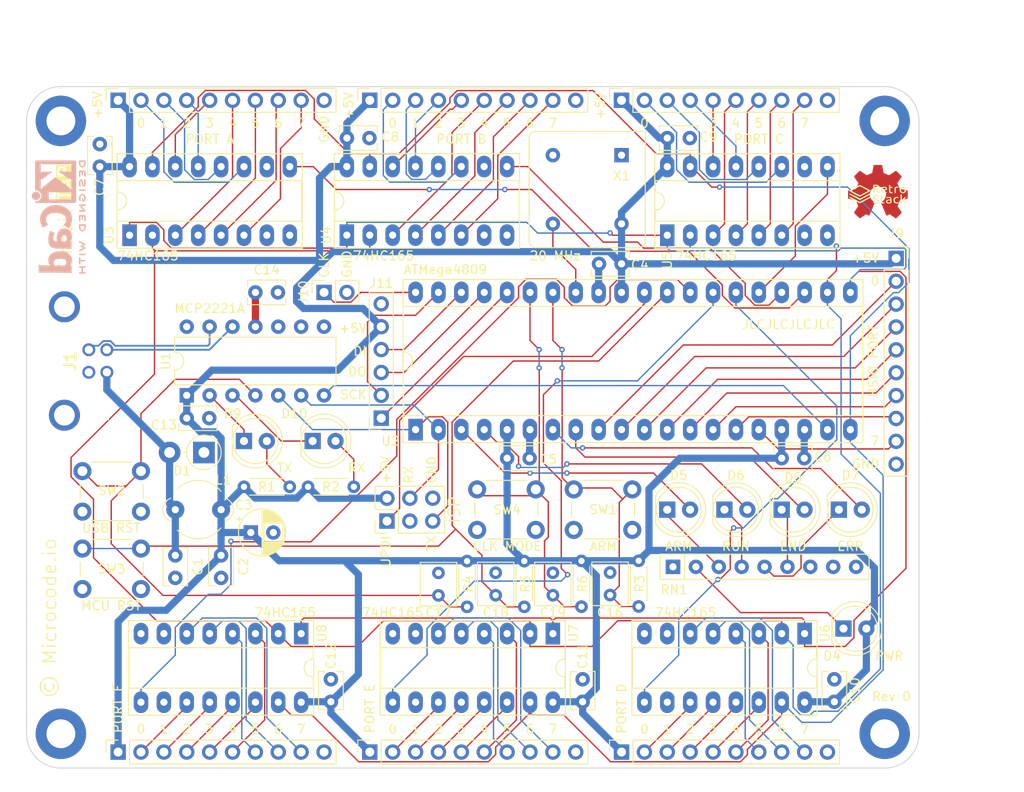
<source format=kicad_pcb>
(kicad_pcb (version 20221018) (generator pcbnew)
  (title_block (title "Circuit Tap - Low Speed Digital Signal Capture") (date "2023-05-27") (rev "0") (company "Microcode.io"))
  (layers (0 "F.Cu" signal) (1 "In1.Cu" power) (2 "In2.Cu" power) (31 "B.Cu" signal) (34 "B.Paste" user) (35 "F.Paste" user) (36 "B.SilkS" user "B.Silkscreen") (37 "F.SilkS" user "F.Silkscreen") (38 "B.Mask" user) (39 "F.Mask" user) (44 "Edge.Cuts" user))
  (net 0 "")
  (net 1 "VBUS")
  (net 2 "GND")
  (net 3 "+5V")
  (net 4 "/BTN_~{ARM}")
  (net 5 "/USB_~{RES}")
  (net 6 "/MCU_~{RES}")
  (net 7 "/BTN_CLK")
  (net 8 "USB_D+")
  (net 9 "USB_D-")
  (net 10 "/LED_PWR_R")
  (net 11 "/LED_ARM_R")
  (net 12 "/T_ARM")
  (net 13 "/LED_RUN_R")
  (net 14 "/T_RUN")
  (net 15 "/LED_ERR_R")
  (net 16 "/T_ERR")
  (net 17 "/LED_END_R")
  (net 18 "/T_END")
  (net 19 "/LED_TX")
  (net 20 "/LED_RX")
  (net 21 "/UPDI")
  (net 23 "/MCU_RX")
  (net 24 "/MCU_TX")
  (net 25 "/A0")
  (net 26 "/A1")
  (net 27 "/A2")
  (net 28 "/A3")
  (net 29 "/A4")
  (net 30 "/A5")
  (net 31 "/A6")
  (net 32 "/A7")
  (net 33 "/B0")
  (net 34 "/B1")
  (net 35 "/B2")
  (net 36 "/B3")
  (net 37 "/B4")
  (net 38 "/B5")
  (net 39 "/B6")
  (net 40 "/B7")
  (net 41 "/C0")
  (net 42 "/C1")
  (net 43 "/C2")
  (net 44 "/C3")
  (net 45 "/C4")
  (net 46 "/C5")
  (net 47 "/C6")
  (net 48 "/C7")
  (net 49 "/D0")
  (net 50 "/D1")
  (net 51 "/D2")
  (net 52 "/D3")
  (net 53 "/D4")
  (net 54 "/D5")
  (net 55 "/D6")
  (net 56 "/D7")
  (net 57 "/E0")
  (net 58 "/E1")
  (net 59 "/E2")
  (net 60 "/E3")
  (net 61 "/E4")
  (net 62 "/E5")
  (net 63 "/E6")
  (net 64 "/E7")
  (net 65 "/F0")
  (net 66 "/F1")
  (net 67 "/F2")
  (net 68 "/F3")
  (net 69 "/F4")
  (net 70 "/F5")
  (net 71 "/F6")
  (net 72 "/F7")
  (net 73 "/HSIO_0")
  (net 74 "/HSIO_1")
  (net 75 "/HSIO_2")
  (net 76 "/HSIO_3")
  (net 77 "/HSIO_4")
  (net 78 "/HSIO_5")
  (net 79 "/HSIO_6")
  (net 80 "/HSIO_7")
  (net 81 "/DUT_CLK")
  (net 82 "/SD_CS")
  (net 83 "/SD_SCK")
  (net 84 "/SD_MOSI")
  (net 85 "/SD_MISO")
  (net 89 "/USB_RDY")
  (net 93 "/SRI_~{CE}")
  (net 94 "/SRI_~{LOAD}")
  (net 95 "/SRI_CLK")
  (net 96 "/SRI_0")
  (net 97 "/SRI_1")
  (net 98 "/SRI_2")
  (net 99 "/SRI_3")
  (net 100 "/SRI_4")
  (net 101 "/SRI_5")
  (net 102 "/MCU_CLK")
  (net 116 "/LED_TX_R")
  (net 117 "/LED_RX_R")
  (net 119 "/VUSB")
  (footprint "Capacitor_THT:C_Rect_L4.6mm_W3.8mm_P2.50mm_MKS02_FKP02" (layer "F.Cu") (at 199.39 99.655 90)
    (fp_text reference "C16")
    (fp_text value "1u")
  )
  (footprint "Capacitor_THT:C_Rect_L4.0mm_W2.5mm_P2.50mm" (layer "F.Cu") (at 196.342 111.506 90)
    (fp_text reference "C11")
    (fp_text value "100n")
  )
  (footprint "LED_THT:LED_D5.0mm" (layer "F.Cu") (at 218.435 90.17)
    (fp_text reference "D8")
    (fp_text value "LED_END")
  )
  (footprint "Capacitor_THT:C_Rect_L4.0mm_W2.5mm_P2.50mm" (layer "F.Cu") (at 151.13 95.25 -90)
    (fp_text reference "C1")
    (fp_text value "10n")
  )
  (footprint "LED_THT:LED_D5.0mm" (layer "F.Cu") (at 224.79 90.17)
    (fp_text reference "D7")
    (fp_text value "LED_ERR")
  )
  (footprint "Button_Switch_THT:SW_PUSH_6mm" (layer "F.Cu") (at 184.635 87.92)
    (fp_text reference "SW4")
    (fp_text value "SW_CLK")
  )
  (footprint "MountingHole:MountingHole_3.2mm_M3_DIN965_Pad" (layer "F.Cu") (at 229.87 46.99)
    (fp_text reference "H2" hide)
    (fp_text value "M3")
  )
  (footprint "Capacitor_THT:C_Rect_L4.0mm_W2.5mm_P2.50mm" (layer "F.Cu") (at 224.282 111.506 90)
    (fp_text reference "C10")
    (fp_text value "100n")
  )
  (footprint "Capacitor_THT:C_Rect_L4.6mm_W3.8mm_P2.50mm_MKS02_FKP02" (layer "F.Cu") (at 193.04 99.675 90)
    (fp_text reference "C19")
    (fp_text value "1u")
  )
  (footprint "Resistor_THT:R_Axial_DIN0204_L3.6mm_D1.6mm_P5.08mm_Horizontal" (layer "F.Cu") (at 183.515 95.885 -90)
    (fp_text reference "R4")
    (fp_text value "1k")
  )
  (footprint "Capacitor_THT:C_Rect_L4.0mm_W2.5mm_P2.50mm" (layer "F.Cu") (at 156.21 95.25 -90)
    (fp_text reference "C2")
    (fp_text value "100n")
  )
  (footprint "Ferrite_THT:LairdTech_28C0236-0JW-10" (layer "F.Cu") (at 151.13 90.17)
    (fp_text reference "L1")
    (fp_text value "600R")
  )
  (footprint "MountingHole:MountingHole_3.2mm_M3_DIN965_Pad" (layer "F.Cu") (at 138.43 115.062)
    (fp_text reference "H3" hide)
    (fp_text value "M3")
  )
  (footprint "Connector_PinSocket_2.54mm:PinSocket_1x02_P2.54mm_Vertical" (layer "F.Cu") (at 167.64 66.04 90)
    (fp_text reference "J10")
    (fp_text value "HDR_DUT_CLK")
  )
  (footprint "LED_THT:LED_D5.0mm" (layer "F.Cu") (at 205.735 90.17)
    (fp_text reference "D5")
    (fp_text value "LED_ARM")
  )
  (footprint "Oscillator:Oscillator_DIP-8" (layer "F.Cu") (at 200.66 50.8 180)
    (fp_text reference "X1")
    (fp_text value "ACH-20.000MHZ-EK")
  )
  (footprint "Connector_PinSocket_2.54mm:PinSocket_1x06_P2.54mm_Vertical" (layer "F.Cu") (at 173.99 80.01 180)
    (fp_text reference "J11")
    (fp_text value "HDR_SD")
  )
  (footprint "Capacitor_THT:C_Rect_L4.0mm_W2.5mm_P2.50mm" (layer "F.Cu") (at 170.18 48.895)
    (fp_text reference "C8")
    (fp_text value "100n")
  )
  (footprint "Capacitor_THT:C_Rect_L4.0mm_W2.5mm_P2.50mm" (layer "F.Cu") (at 152.4 80.01)
    (fp_text reference "C13")
    (fp_text value "100n")
  )
  (footprint "Capacitor_THT:C_Rect_L4.6mm_W3.8mm_P2.50mm_MKS02_FKP02" (layer "F.Cu") (at 180.34 99.695 90)
    (fp_text reference "C17")
    (fp_text value "1u")
  )
  (footprint "Connector_PinSocket_2.54mm:PinSocket_1x10_P2.54mm_Vertical" (layer "F.Cu") (at 172.72 44.704 90)
    (fp_text reference "J4" hide)
    (fp_text value "HDR_PORTB")
  )
  (footprint "RetroStack:RetroStackFullLogo13x10mm" (layer "F.Cu") (at 229.108 55.118)
    (fp_text reference "G***" hide)
    (fp_text value "LOGO" hide)
  )
  (footprint "Package_DIP:DIP-16_W7.62mm_Socket_LongPads" (layer "F.Cu") (at 165.1 103.939 -90)
    (fp_text reference "U8")
    (fp_text value "CD74HC165E")
  )
  (footprint "Resistor_THT:R_Axial_DIN0204_L3.6mm_D1.6mm_P5.08mm_Horizontal" (layer "F.Cu") (at 189.865 95.885 -90)
    (fp_text reference "R5")
    (fp_text value "1k")
  )
  (footprint "RetroStack:UJ2BH1TH" (layer "F.Cu") (at 132.72 73.66 -90)
    (fp_text reference "J1")
    (fp_text value "UJ2-BH-1-TH" hide)
  )
  (footprint "Resistor_THT:R_Axial_DIN0204_L3.6mm_D1.6mm_P5.08mm_Horizontal" (layer "F.Cu") (at 165.862 87.63)
    (fp_text reference "R2")
    (fp_text value "1k")
  )
  (footprint "Capacitor_THT:C_Rect_L4.0mm_W2.5mm_P2.50mm" (layer "F.Cu") (at 160.02 66.04)
    (fp_text reference "C14")
    (fp_text value "100n")
  )
  (footprint "Capacitor_THT:C_Rect_L4.0mm_W2.5mm_P2.50mm" (layer "F.Cu") (at 200.66 62.865 180)
    (fp_text reference "C4")
    (fp_text value "100n")
  )
  (footprint "Capacitor_THT:C_Rect_L4.0mm_W2.5mm_P2.50mm" (layer "F.Cu") (at 168.402 111.506 90)
    (fp_text reference "C12")
    (fp_text value "100n")
  )
  (footprint "Package_DIP:DIP-40_W15.24mm_Socket_LongPads" (layer "F.Cu") (at 177.8 81.28 90)
    (fp_text reference "U2")
    (fp_text value "ATMEGA4809-PF")
  )
  (footprint "Connector_PinSocket_2.54mm:PinSocket_1x10_P2.54mm_Vertical" (layer "F.Cu") (at 200.66 44.704 90)
    (fp_text reference "J5" hide)
    (fp_text value "HDR_PORTC")
  )
  (footprint "Package_DIP:DIP-16_W7.62mm_Socket_LongPads" (layer "F.Cu") (at 220.98 103.939 -90)
    (fp_text reference "U6")
    (fp_text value "CD74HC165E")
  )
  (footprint "Capacitor_THT:C_Rect_L4.0mm_W2.5mm_P2.50mm" (layer "F.Cu") (at 205.74 48.895)
    (fp_text reference "C9")
    (fp_text value "100n")
  )
  (footprint "Connector_PinSocket_2.54mm:PinSocket_1x10_P2.54mm_Vertical" (layer "F.Cu") (at 144.78 117.094 90)
    (fp_text reference "J8" hide)
    (fp_text value "HDR_PORTF")
  )
  (footprint "Package_DIP:DIP-16_W7.62mm_Socket_LongPads" (layer "F.Cu") (at 170.17 59.68 90)
    (fp_text reference "U4")
    (fp_text value "CD74HC165E")
  )
  (footprint "Package_DIP:DIP-16_W7.62mm_Socket_LongPads" (layer "F.Cu") (at 205.74 59.69 90)
    (fp_text reference "U5")
    (fp_text value "CD74HC165E")
  )
  (footprint "MountingHole:MountingHole_3.2mm_M3_DIN965_Pad" (layer "F.Cu") (at 229.87 115.062)
    (fp_text reference "H4" hide)
    (fp_text value "M3")
  )
  (footprint "Resistor_THT:R_Axial_DIN0204_L3.6mm_D1.6mm_P5.08mm_Horizontal" (layer "F.Cu") (at 196.215 95.865 -90)
    (fp_text reference "R6")
    (fp_text value "1k")
  )
  (footprint "Diode_THT:D_DO-15_P3.81mm_Vertical_AnodeUp" (layer "F.Cu") (at 154.305 83.82 180)
    (fp_text reference "D1")
    (fp_text value "P6KE-AT")
  )
  (footprint "Capacitor_THT:C_Rect_L4.0mm_W2.5mm_P2.50mm" (layer "F.Cu") (at 187.96 84.455)
    (fp_text reference "C5")
    (fp_text value "100n")
  )
  (footprint "Symbol:OSHW-Symbol_6.7x6mm_Copper" (layer "F.Cu") (at 229.108 54.864)
    (fp_text reference "REF**" hide)
    (fp_text value "OSHW-Symbol_6.7x6mm_Copper" hide)
  )
  (footprint "LED_THT:LED_D5.0mm" (layer "F.Cu") (at 212.085 90.17)
    (fp_text reference "D6")
    (fp_text value "LED_RUN")
  )
  (footprint "Capacitor_THT:C_Rect_L4.0mm_W2.5mm_P2.50mm" (layer "F.Cu") (at 218.44 84.455)
    (fp_text reference "C6")
    (fp_text value "100n")
  )
  (footprint "Button_Switch_THT:SW_PUSH_6mm" (layer "F.Cu") (at 195.355 87.92)
    (fp_text reference "SW1")
    (fp_text value "SW_ARM")
  )
  (footprint "LED_THT:LED_D5.0mm" (layer "F.Cu") (at 225.298 103.378)
    (fp_text reference "D4")
    (fp_text value "LED_PWR")
  )
  (footprint "Package_DIP:DIP-16_W7.62mm_Socket_LongPads" (layer "F.Cu") (at 146.05 59.69 90)
    (fp_text reference "U3")
    (fp_text value "CD74HC165E")
  )
  (footprint "MountingHole:MountingHole_3.2mm_M3_DIN965_Pad" (layer "F.Cu") (at 138.43 46.99)
    (fp_text reference "H1" hide)
    (fp_text value "M3")
  )
  (footprint "Connector_PinSocket_2.54mm:PinSocket_1x10_P2.54mm_Vertical" (layer "F.Cu") (at 231.14 62.26)
    (fp_text reference "J9")
    (fp_text value "HDR_HSIO")
  )
  (footprint "Connector_PinHeader_2.54mm:PinHeader_2x03_P2.54mm_Vertical" (layer "F.Cu") (at 174.625 91.44 90)
    (fp_text reference "J2" hide)
    (fp_text value "HDR_UPDI")
  )
  (footprint "LED_THT:LED_D5.0mm" (layer "F.Cu") (at 166.37 82.55)
    (fp_text reference "D10")
    (fp_text value "LED_RX")
  )
  (footprint "Connector_PinSocket_2.54mm:PinSocket_1x10_P2.54mm_Vertical" (layer "F.Cu") (at 144.78 44.704 90)
    (fp_text reference "J3" hide)
    (fp_text value "HDR_PORTA")
  )
  (footprint "Connector_PinSocket_2.54mm:PinSocket_1x10_P2.54mm_Vertical" (layer "F.Cu") (at 172.72 117.094 90)
    (fp_text reference "J7" hide)
    (fp_text value "HDR_PORTE")
  )
  (footprint "LED_THT:LED_D5.0mm" (layer "F.Cu") (at 158.75 82.55)
    (fp_text reference "D9")
    (fp_text value "LED_TX")
  )
  (footprint "Capacitor_THT:C_Rect_L4.0mm_W2.5mm_P2.50mm" (layer "F.Cu") (at 142.748 52.07 90)
    (fp_text reference "C7")
    (fp_text value "100n")
  )
  (footprint "Capacitor_THT:C_Rect_L4.6mm_W3.8mm_P2.50mm_MKS02_FKP02" (layer "F.Cu") (at 186.69 99.675 90)
    (fp_text reference "C18")
    (fp_text value "1u")
  )
  (footprint "Package_DIP:DIP-14_W7.62mm" (layer "F.Cu") (at 152.395 77.47 90)
    (fp_text reference "U1")
    (fp_text value "MCP2221A-I/P")
  )
  (footprint "Resistor_THT:R_Array_SIP9" (layer "F.Cu") (at 206.375 96.52)
    (fp_text reference "RN1")
    (fp_text value "1k")
  )
  (footprint "Button_Switch_THT:SW_PUSH_6mm" (layer "F.Cu") (at 140.82 85.888)
    (fp_text reference "SW2")
    (fp_text value "SW_USB_RST")
  )
  (footprint "Button_Switch_THT:SW_PUSH_6mm" (layer "F.Cu") (at 140.82 94.488)
    (fp_text reference "SW3")
    (fp_text value "SW_MCU_RST")
  )
  (footprint "Package_DIP:DIP-16_W7.62mm_Socket_LongPads" (layer "F.Cu") (at 193.04 103.939 -90)
    (fp_text reference "U7")
    (fp_text value "CD74HC165E")
  )
  (footprint "Resistor_THT:R_Axial_DIN0204_L3.6mm_D1.6mm_P5.08mm_Horizontal" (layer "F.Cu") (at 202.565 95.845 -90)
    (fp_text reference "R3")
    (fp_text value "1k")
  )
  (footprint "Capacitor_THT:CP_Radial_D5.0mm_P2.50mm" (layer "F.Cu") (at 159.512 92.71)
    (fp_text reference "C3")
    (fp_text value "4u7")
  )
  (footprint "Connector_PinSocket_2.54mm:PinSocket_1x10_P2.54mm_Vertical" (layer "F.Cu") (at 200.66 117.094 90)
    (fp_text reference "J6" hide)
    (fp_text value "HDR_PORTD")
  )
  (footprint "Resistor_THT:R_Axial_DIN0204_L3.6mm_D1.6mm_P5.08mm_Horizontal" (layer "F.Cu") (at 158.75 87.63)
    (fp_text reference "R1")
    (fp_text value "1k")
  )
  (footprint "Symbol:KiCad-Logo2_5mm_SilkScreen" (layer "B.Cu") (at 138.176 57.658 -90)
    (fp_text reference "REF**" hide)
    (fp_text value "KiCad-Logo2_5mm_SilkScreen" hide)
  )
  (gr_line (start 138.43 43.18) (end 229.87 43.18) (stroke (width 0.1)) (layer "Edge.Cuts"))
  (gr_arc (start 138.43 118.872) (mid 135.735923 117.756077) (end 134.62 115.062) (stroke (width 0.1)) (layer "Edge.Cuts"))
  (gr_arc (start 229.87 43.18) (mid 232.564077 44.295923) (end 233.68 46.99) (stroke (width 0.1)) (layer "Edge.Cuts"))
  (gr_arc (start 233.68 115.062) (mid 232.564077 117.756077) (end 229.87 118.872) (stroke (width 0.1)) (layer "Edge.Cuts"))
  (gr_arc (start 134.62 46.99) (mid 135.735923 44.295923) (end 138.43 43.18) (stroke (width 0.1)) (layer "Edge.Cuts"))
  (gr_line (start 233.68 46.99) (end 233.68 115.062) (stroke (width 0.1)) (layer "Edge.Cuts"))
  (gr_line (start 229.87 118.872) (end 138.43 118.872) (stroke (width 0.1)) (layer "Edge.Cuts"))
  (gr_line (start 134.62 115.062) (end 134.62 46.99) (stroke (width 0.1)) (layer "Edge.Cuts"))
  (gr_text "RUN" (at 213.36 94.234) (layer "F.SilkS") (effects (font (size 1 1))))
  (gr_text "3" (at 210.82 47.244) (layer "F.SilkS") (effects (font (size 1 1))))
  (gr_text "1" (at 205.74 114.554) (layer "F.SilkS") (effects (font (size 1 1))))
  (gr_text "7" (at 165.1 47.244) (layer "F.SilkS") (effects (font (size 1 1))))
  (gr_text "2" (at 152.4 114.554) (layer "F.SilkS") (effects (font (size 1 1))))
  (gr_text "7" (at 193.04 114.554) (layer "F.SilkS") (effects (font (size 1 1))))
  (gr_text "TX" (at 162.306 86.106) (layer "F.SilkS") (effects (font (size 1 1)) (justify left bottom)))
  (gr_text "+5V" (at 142.494 45.212 90) (layer "F.SilkS") (effects (font (size 1 1))))
  (gr_text "MCU RST" (at 144.018 100.838) (layer "F.SilkS") (effects (font (size 1 1))))
  (gr_text "74HC165" (at 175.26 101.6) (layer "F.SilkS") (effects (font (size 1 1))))
  (gr_text "74HC165" (at 163.322 101.6) (layer "F.SilkS") (effects (font (size 1 1))))
  (gr_text "0" (at 147.32 47.244) (layer "F.SilkS") (effects (font (size 1 1))))
  (gr_text "1" (at 149.86 47.244) (layer "F.SilkS") (effects (font (size 1 1))))
  (gr_text "0" (at 203.2 47.244) (layer "F.SilkS") (effects (font (size 1 1))))
  (gr_text "PORT B" (at 182.88 49.022) (layer "F.SilkS") (effects (font (size 1 1))))
  (gr_text "2" (at 152.4 47.244) (layer "F.SilkS") (effects (font (size 1 1))))
  (gr_text "0" (at 175.26 114.554) (layer "F.SilkS") (effects (font (size 1 1))))
  (gr_text "6" (at 190.5 114.554) (layer "F.SilkS") (effects (font (size 1 1))))
  (gr_text "4" (at 213.36 114.554) (layer "F.SilkS") (effects (font (size 1 1))))
  (gr_text "3" (at 154.94 47.244) (layer "F.SilkS") (effects (font (size 1 1))))
  (gr_text "6" (at 162.56 114.554) (layer "F.SilkS") (effects (font (size 1 1))))
  (gr_text "5" (at 160.02 47.244) (layer "F.SilkS") (effects (font (size 1 1))))
  (gr_text "END" (at 219.71 94.234) (layer "F.SilkS") (effects (font (size 1 1))))
  (gr_text "0" (at 147.32 114.554) (layer "F.SilkS") (effects (font (size 1 1))))
  (gr_text "7" (at 220.98 114.554) (layer "F.SilkS") (effects (font (size 1 1))))
  (gr_text "+5V" (at 198.882 43.688 90) (layer "F.SilkS") (effects (font (size 1 1)) (justify right bottom)))
  (gr_text "+5V" (at 174.498 87.376 90) (layer "F.SilkS") (effects (font (size 1 1)) (justify left)))
  (gr_text "PORT E" (at 172.72 112.268 90) (layer "F.SilkS") (effects (font (size 1 1))))
  (gr_text "1" (at 177.8 47.244) (layer "F.SilkS") (effects (font (size 1 1))))
  (gr_text "RX" (at 177.038 87.376 90) (layer "F.SilkS") (effects (font (size 1 1)) (justify left)))
  (gr_text "+5V" (at 170.942 43.688 90) (layer "F.SilkS") (effects (font (size 1 1)) (justify right bottom)))
  (gr_text "PORT C" (at 215.9 49.022) (layer "F.SilkS") (effects (font (size 1 1))))
  (gr_text "20 MHz" (at 193.294 61.976) (layer "F.SilkS") (effects (font (size 1 1))))
  (gr_text "3" (at 182.88 114.554) (layer "F.SilkS") (effects (font (size 1 1))))
  (gr_text "7" (at 220.98 47.244) (layer "F.SilkS") (effects (font (size 1 1))))
  (gr_text "74HC165" (at 210.058 61.976) (layer "F.SilkS") (effects (font (size 1 1))))
  (gr_text "4" (at 213.36 47.244) (layer "F.SilkS") (effects (font (size 1 1))))
  (gr_text "Circuit" (at 138.938 56.642 90) (layer "F.SilkS") (effects (font (size 1.5 1.5)) (justify right)))
  (gr_text "RX\n" (at 170.18 86.106) (layer "F.SilkS") (effects (font (size 1 1)) (justify left bottom)))
  (gr_text "1" (at 149.86 114.554) (layer "F.SilkS") (effects (font (size 1 1))))
  (gr_text "PWR" (at 230.378 106.426) (layer "F.SilkS") (effects (font (size 1 1))))
  (gr_text "7" (at 229.362 82.55) (layer "F.SilkS") (effects (font (size 1 1)) (justify right)))
  (gr_text "1" (at 177.8 114.554) (layer "F.SilkS") (effects (font (size 1 1))))
  (gr_text "ATMega4809" (at 181.102 63.5) (layer "F.SilkS") (effects (font (size 1 1))))
  (gr_text "7" (at 165.1 114.554) (layer "F.SilkS") (effects (font (size 1 1))))
  (gr_text "SCK" (at 172.466 77.978) (layer "F.SilkS") (effects (font (size 1 1)) (justify right bottom)))
  (gr_text "6" (at 218.44 114.554) (layer "F.SilkS") (effects (font (size 1 1))))
  (gr_text "7" (at 193.04 47.244) (layer "F.SilkS") (effects (font (size 1 1))))
  (gr_text "ISP" (at 182.118 90.17 90) (layer "F.SilkS") (effects (font (size 1.25 1.25))))
  (gr_text "5" (at 160.02 114.554) (layer "F.SilkS") (effects (font (size 1 1))))
  (gr_text "GND" (at 179.578 87.376 90) (layer "F.SilkS") (effects (font (size 1 1)) (justify left)))
  (gr_text "+5V" (at 172.466 70.612) (layer "F.SilkS") (effects (font (size 1 1)) (justify right bottom)))
  (gr_text "4" (at 157.48 114.554) (layer "F.SilkS") (effects (font (size 1 1))))
  (gr_text "4" (at 185.42 114.554) (layer "F.SilkS") (effects (font (size 1 1))))
  (gr_text "UPDI" (at 174.498 92.964 90) (layer "F.SilkS") (effects (font (size 1 1)) (justify right)))
  (gr_text "HSIO PORT" (at 228.6 73.66 90) (layer "F.SilkS") (effects (font (size 1 1))))
  (gr_text "5" (at 215.9 47.244) (layer "F.SilkS") (effects (font (size 1 1))))
  (gr_text "6" (at 162.56 47.244) (layer "F.SilkS") (effects (font (size 1 1))))
  (gr_text "5" (at 187.96 114.554) (layer "F.SilkS") (effects (font (size 1 1))))
  (gr_text "Rev 0" (at 228.346 111.506) (layer "F.SilkS") (effects (font (size 1 1)) (justify left bottom)))
  (gr_text "DO" (at 172.466 75.438) (layer "F.SilkS") (effects (font (size 1 1)) (justify right bottom)))
  (gr_text "ARM" (at 207.01 94.234) (layer "F.SilkS") (effects (font (size 1 1))))
  (gr_text "GND" (at 229.362 85.09) (layer "F.SilkS") (effects (font (size 1 1)) (justify right)))
  (gr_text "0" (at 175.26 47.244) (layer "F.SilkS") (effects (font (size 1 1))))
  (gr_text "GND" (at 167.64 49.53 90) (layer "F.SilkS") (effects (font (size 1 1)) (justify left)))
  (gr_text "3" (at 210.82 114.554) (layer "F.SilkS") (effects (font (size 1 1))))
  (gr_text "MCP2221A" (at 154.94 67.818) (layer "F.SilkS") (effects (font (size 1 1))))
  (gr_text "TAP" (at 138.938 55.88 90) (layer "F.SilkS" knockout) (effects (font (size 1.5 1.5)) (justify left)))
  (gr_text "0" (at 203.2 114.554) (layer "F.SilkS") (effects (font (size 1 1))))
  (gr_text "© Microcode.io" (at 137.16 93.218 90) (layer "F.SilkS") (effects (font (size 1.5 1.5)) (justify right)))
  (gr_text "3" (at 182.88 47.244) (layer "F.SilkS") (effects (font (size 1 1))))
  (gr_text "74HC165" (at 207.772 101.6) (layer "F.SilkS") (effects (font (size 1 1))))
  (gr_text "4" (at 185.42 47.244) (layer "F.SilkS") (effects (font (size 1 1))))
  (gr_text "ERR" (at 226.06 94.234) (layer "F.SilkS") (effects (font (size 1 1))))
  (gr_text "2" (at 180.34 47.244) (layer "F.SilkS") (effects (font (size 1 1))))
  (gr_text "2" (at 208.28 114.554) (layer "F.SilkS") (effects (font (size 1 1))))
  (gr_text "+5V" (at 229.362 62.23) (layer "F.SilkS") (effects (font (size 1 1)) (justify right)))
  (gr_text "PORT F" (at 144.78 112.268 90) (layer "F.SilkS") (effects (font (size 1 1))))
  (gr_text "3" (at 154.94 114.554) (layer "F.SilkS") (effects (font (size 1 1))))
  (gr_text "CLK" (at 167.64 64.516 90) (layer "F.SilkS") (effects (font (size 1 1)) (justify left)))
  (gr_text "TX" (at 179.578 92.964 90) (layer "F.SilkS") (effects (font (size 1 1)) (justify right)))
  (gr_text "6" (at 190.5 47.244) (layer "F.SilkS") (effects (font (size 1 1))))
  (gr_text "CLK MODE" (at 187.96 94.234) (layer "F.SilkS") (effects (font (size 1 1))))
  (gr_text "74HC165" (at 148.082 61.976) (layer "F.SilkS") (effects (font (size 1 1))))
  (gr_text "5" (at 187.96 47.244) (layer "F.SilkS") (effects (font (size 1 1))))
  (gr_text "JLCJLCJLCJLC" (at 219.202 69.596) (layer "F.SilkS") (effects (font (size 1 1))))
  (gr_text "74HC165" (at 174.244 61.976) (layer "F.SilkS") (effects (font (size 1 1))))
  (gr_text "PORT D" (at 200.66 112.268 90) (layer "F.SilkS") (effects (font (size 1 1))))
  (gr_text "DI" (at 172.466 73.152) (layer "F.SilkS") (effects (font (size 1 1)) (justify right bottom)))
  (gr_text "0" (at 229.362 64.77) (layer "F.SilkS") (effects (font (size 1 1)) (justify right)))
  (gr_text "GND" (at 170.18 64.516 90) (layer "F.SilkS") (effects (font (size 1 1)) (justify left)))
  (gr_text "PORT A" (at 154.94 49.022) (layer "F.SilkS") (effects (font (size 1 1))))
  (gr_text "4" (at 157.48 47.244) (layer "F.SilkS") (effects (font (size 1 1))))
  (gr_text "5" (at 215.9 114.554) (layer "F.SilkS") (effects (font (size 1 1))))
  (gr_text "2" (at 180.34 114.554) (layer "F.SilkS") (effects (font (size 1 1))))
  (gr_text "6" (at 218.44 47.244) (layer "F.SilkS") (effects (font (size 1 1))))
  (gr_text "ARM" (at 198.628 94.234) (layer "F.SilkS") (effects (font (size 1 1))))
  (gr_text "USB RST" (at 144.018 92.202) (layer "F.SilkS") (effects (font (size 1 1))))
  (segment (start 143.53 74.91) (end 143.53 76.855) (width 0.8) (layer "B.Cu") (net 1))
  (segment (start 150.495 89.535) (end 151.13 90.17) (width 0.8) (layer "B.Cu") (net 1))
  (segment (start 151.13 90.17) (end 151.13 95.25) (width 0.8) (layer "B.Cu") (net 1))
  (segment (start 143.53 76.855) (end 150.495 83.82) (width 0.8) (layer "B.Cu") (net 1))
  (segment (start 150.495 83.82) (end 150.495 89.535) (width 0.8) (layer "B.Cu") (net 1))
  (segment (start 220.94 84.455) (end 220.94 81.32) (width 0.8) (layer "B.Cu") (net 2))
  (segment (start 220.94 81.32) (end 220.98 81.28) (width 0.8) (layer "B.Cu") (net 2))
  (segment (start 198.12 62.905) (end 198.16 62.865) (width 0.8) (layer "B.Cu") (net 2))
  (segment (start 198.12 66.04) (end 198.12 62.905) (width 0.8) (layer "B.Cu") (net 2))
  (segment (start 190.46 84.455) (end 190.46 81.32) (width 0.8) (layer "B.Cu") (net 2))
  (segment (start 190.46 81.32) (end 190.5 81.28) (width 0.8) (layer "B.Cu") (net 2))
  (segment (start 203.708 87.884) (end 207.137 84.455) (width 0.8) (layer "B.Cu") (net 3))
  (segment (start 203.708 94.702) (end 203.708 87.884) (width 0.8) (layer "B.Cu") (net 3))
  (segment (start 168.611 61.513) (end 167.132 62.992) (width 0.8) (layer "B.Cu") (net 3))
  (segment (start 170.18 48.895) (end 170.18 47.244) (width 0.8) (layer "B.Cu") (net 3))
  (segment (start 164.592 65.532) (end 167.132 62.992) (width 0.8) (layer "B.Cu") (net 3))
  (segment (start 227.838 103.378) (end 228.738 102.478) (width 0.8) (layer "B.Cu") (net 3))
  (segment (start 168.402 111.506) (end 171.45 108.458) (width 0.8) (layer "B.Cu") (net 3))
  (segment (start 164.61 88.882) (end 165.862 87.63) (width 0.8) (layer "B.Cu") (net 3))
  (segment (start 196.342 111.506) (end 196.342 112.776) (width 0.8) (layer "B.Cu") (net 3))
  (segment (start 204.851 48.895) (end 200.66 44.704) (width 0.8) (layer "B.Cu") (net 3))
  (segment (start 156.21 92.964) (end 156.21 90.17) (width 0.8) (layer "B.Cu") (net 3))
  (segment (start 228.738 102.478) (end 228.738 96.651) (width 0.8) (layer "B.Cu") (net 3))
  (segment (start 152.395 77.47) (end 155.189 74.676) (width 0.8) (layer "B.Cu") (net 3))
  (segment (start 167.132 88.9) (end 174.625 88.9) (width 0.8) (layer "B.Cu") (net 3))
  (segment (start 152.4 80.01) (end 152.4 77.475) (width 0.8) (layer "B.Cu") (net 3))
  (segment (start 156.21 90.17) (end 156.21 82.221) (width 0.8) (layer "B.Cu") (net 3))
  (segment (start 200.66 58.42) (end 200.66 57.15) (width 0.8) (layer "B.Cu") (net 3))
  (segment (start 173.99 69.85) (end 171.958 67.818) (width 0.8) (layer "B.Cu") (net 3))
  (segment (start 165.354 67.818) (end 164.592 67.056) (width 0.8) (layer "B.Cu") (net 3))
  (segment (start 168.402 112.776) (end 172.72 117.094) (width 0.8) (layer "B.Cu") (net 3))
  (segment (start 162.647 95.845) (end 169.926 95.845) (width 0.8) (layer "B.Cu") (net 3))
  (segment (start 156.21 90.17) (end 158.75 87.63) (width 0.8) (layer "B.Cu") (net 3))
  (segment (start 156.21 82.221) (end 155.523 81.534) (width 0.8) (layer "B.Cu") (net 3))
  (segment (start 187.96 93.98) (end 187.96 84.455) (width 0.8) (layer "B.Cu") (net 3))
  (segment (start 224.282 111.506) (end 227.838 107.95) (width 0.8) (layer "B.Cu") (net 3))
  (segment (start 196.342 111.506) (end 197.866 109.982) (width 0.8) (layer "B.Cu") (net 3))
  (segment (start 167.132 62.992) (end 167.132 62.484) (width 0.8) (layer "B.Cu") (net 3))
  (segment (start 187.96 84.455) (end 187.96 81.28) (width 0.8) (layer "B.Cu") (net 3))
  (segment (start 159.512 92.71) (end 156.464 92.71) (width 0.8) (layer "B.Cu") (net 3))
  (segment (start 167.132 62.484) (end 167.132 53.34) (width 0.8) (layer "B.Cu") (net 3))
  (segment (start 171.45 108.458) (end 171.45 97.369) (width 0.8) (layer "B.Cu") (net 3))
  (segment (start 183.515 95.845) (end 183.515 95.885) (width 0.152) (layer "B.Cu") (net 3))
  (segment (start 218.44 81.28) (end 218.44 84.455) (width 0.8) (layer "B.Cu") (net 3))
  (segment (start 200.66 66.04) (end 200.66 62.865) (width 0.8) (layer "B.Cu") (net 3))
  (segment (start 207.137 84.455) (end 218.44 84.455) (width 0.8) (layer "B.Cu") (net 3))
  (segment (start 189.825 95.845) (end 196.195 95.845) (width 0.8) (layer "B.Cu") (net 3))
  (segment (start 196.195 95.845) (end 196.215 95.865) (width 0.152) (layer "B.Cu") (net 3))
  (segment (start 146.05 52.07) (end 146.05 48.895) (width 0.8) (layer "B.Cu") (net 3))
  (segment (start 168.412 52.06) (end 170.17 52.06) (width 0.8) (layer "B.Cu") (net 3))
  (segment (start 197.866 109.982) (end 197.866 97.516) (width 0.8) (layer "B.Cu") (net 3))
  (segment (start 170.17 48.905) (end 170.18 48.895) (width 0.8) (layer "B.Cu") (net 3))
  (segment (start 228.738 96.651) (end 226.789 94.702) (width 0.8) (layer "B.Cu") (net 3))
  (segment (start 189.865 95.885) (end 189.825 95.845) (width 0.8) (layer "B.Cu") (net 3))
  (segment (start 196.342 112.776) (end 200.66 117.094) (width 0.8) (layer "B.Cu") (net 3))
  (segment (start 171.45 97.369) (end 169.926 95.845) (width 0.8) (layer "B.Cu") (net 3))
  (segment (start 165.862 87.63) (end 167.132 88.9) (width 0.8) (layer "B.Cu") (net 3))
  (segment (start 155.189 74.676) (end 169.164 74.676) (width 0.8) (layer "B.Cu") (net 3))
  (segment (start 202.565 95.845) (end 203.708 94.702) (width 0.8) (layer "B.Cu") (net 3))
  (segment (start 196.342 111.506) (end 193.093 111.506) (width 0.8) (layer "B.Cu") (net 3))
  (segment (start 144.78 117.094) (end 144.78 102.616) (width 0.8) (layer "B.Cu") (net 3))
  (segment (start 158.75 87.63) (end 160.002 88.882) (width 0.8) (layer "B.Cu") (net 3))
  (segment (start 205.74 52.07) (end 205.74 48.895) (width 0.8) (layer "B.Cu") (net 3))
  (segment (start 160.002 88.882) (end 164.61 88.882) (width 0.8) (layer "B.Cu") (net 3))
  (segment (start 226.789 94.702) (end 203.708 94.702) (width 0.8) (layer "B.Cu") (net 3))
  (segment (start 196.195 95.845) (end 202.565 95.845) (width 0.8) (layer "B.Cu") (net 3))
  (segment (start 142.748 52.07) (end 146.05 52.07) (width 0.8) (layer "B.Cu") (net 3))
  (segment (start 199.308 61.513) (end 168.611 61.513) (width 0.8) (layer "B.Cu") (net 3))
  (segment (start 189.825 95.845) (end 187.96 93.98) (width 0.8) (layer "B.Cu") (net 3))
  (segment (start 153.924 81.534) (end 152.4 80.01) (width 0.8) (layer "B.Cu") (net 3))
  (segment (start 171.958 67.818) (end 165.354 67.818) (width 0.8) (layer "B.Cu") (net 3))
  (segment (start 159.512 92.71) (end 162.647 95.845) (width 0.8) (layer "B.Cu") (net 3))
  (segment (start 227.838 107.95) (end 227.838 103.378) (width 0.8) (layer "B.Cu") (net 3))
  (segment (start 170.17 52.06) (end 170.17 48.905) (width 0.8) (layer "B.Cu") (net 3))
  (segment (start 197.866 97.516) (end 196.215 95.865) (width 0.8) (layer "B.Cu") (net 3))
  (segment (start 168.402 111.506) (end 165.153 111.506) (width 0.8) (layer "B.Cu") (net 3))
  (segment (start 150.114 101.346) (end 156.21 95.25) (width 0.8) (layer "B.Cu") (net 3))
  (segment (start 167.132 53.34) (end 168.412 52.06) (width 0.8) (layer "B.Cu") (net 3))
  (segment (start 200.66 62.865) (end 230.535 62.865) (width 0.8) (layer "B.Cu") (net 3))
  (segment (start 164.592 67.056) (end 164.592 65.532) (width 0.8) (layer "B.Cu") (net 3))
  (segment (start 169.926 95.845) (end 183.515 95.845) (width 0.8) (layer "B.Cu") (net 3))
  (segment (start 205.74 48.895) (end 204.851 48.895) (width 0.8) (layer "B.Cu") (net 3))
  (segment (start 169.164 74.676) (end 173.99 69.85) (width 0.8) (layer "B.Cu") (net 3))
  (segment (start 146.05 45.974) (end 144.78 44.704) (width 0.8) (layer "B.Cu") (net 3))
  (segment (start 200.66 62.865) (end 199.308 61.513) (width 0.8) (layer "B.Cu") (net 3))
  (segment (start 156.464 92.71) (end 156.21 92.964) (width 0.8) (layer "B.Cu") (net 3))
  (segment (start 183.515 95.845) (end 189.825 95.845) (width 0.8) (layer "B.Cu") (net 3))
  (segment (start 170.18 47.244) (end 172.72 44.704) (width 0.8) (layer "B.Cu") (net 3))
  (segment (start 144.78 102.616) (end 146.05 101.346) (width 0.8) (layer "B.Cu") (net 3))
  (segment (start 224.282 111.506) (end 221.033 111.506) (width 0.8) (layer "B.Cu") (net 3))
  (segment (start 167.132 62.484) (end 144.272 62.484) (width 0.8) (layer "B.Cu") (net 3))
  (segment (start 142.748 60.96) (end 142.748 52.07) (width 0.8) (layer "B.Cu") (net 3))
  (segment (start 230.535 62.865) (end 231.14 62.26) (width 0.8) (layer "B.Cu") (net 3))
  (segment (start 193.093 111.506) (end 193.04 111.559) (width 0.8) (layer "B.Cu") (net 3))
  (segment (start 221.033 111.506) (end 220.98 111.559) (width 0.8) (layer "B.Cu") (net 3))
  (segment (start 200.66 57.15) (end 205.74 52.07) (width 0.8) (layer "B.Cu") (net 3))
  (segment (start 156.21 95.25) (end 156.21 92.964) (width 0.8) (layer "B.Cu") (net 3))
  (segment (start 152.4 77.475) (end 152.395 77.47) (width 0.8) (layer "B.Cu") (net 3))
  (segment (start 146.05 101.346) (end 150.114 101.346) (width 0.8) (layer "B.Cu") (net 3))
  (segment (start 165.153 111.506) (end 165.1 111.559) (width 0.8) (layer "B.Cu") (net 3))
  (segment (start 155.523 81.534) (end 153.924 81.534) (width 0.8) (layer "B.Cu") (net 3))
  (segment (start 144.272 62.484) (end 142.748 60.96) (width 0.8) (layer "B.Cu") (net 3))
  (segment (start 146.05 48.895) (end 146.05 45.974) (width 0.8) (layer "B.Cu") (net 3))
  (segment (start 200.66 62.865) (end 200.66 58.42) (width 0.8) (layer "B.Cu") (net 3))
  (segment (start 168.402 111.506) (end 168.402 112.776) (width 0.8) (layer "B.Cu") (net 3))
  (segment (start 200.406 98.639) (end 200.406 89.369) (width 0.152) (layer "F.Cu") (net 4))
  (segment (start 200.779 88.996) (end 201.855 87.92) (width 0.152) (layer "F.Cu") (net 4))
  (segment (start 199.5461 87.7631) (end 200.779 88.996) (width 0.152) (layer "F.Cu") (net 4))
  (segment (start 200.66 100.925) (end 202.565 100.925) (width 0.152) (layer "F.Cu") (net 4))
  (segment (start 194.056 72.39) (end 193.04 71.374) (width 0.152) (layer "F.Cu") (net 4))
  (segment (start 200.406 89.369) (end 200.779 88.996) (width 0.152) (layer "F.Cu") (net 4))
  (segment (start 195.1981 87.7631) (end 194.068 86.633) (width 0.152) (layer "F.Cu") (net 4))
  (segment (start 199.39 99.655) (end 200.66 100.925) (width 0.152) (layer "F.Cu") (net 4))
  (segment (start 194.068 86.633) (end 194.068 74.434) (width 0.152) (layer "F.Cu") (net 4))
  (segment (start 195.1981 87.7631) (end 199.5461 87.7631) (width 0.152) (layer "F.Cu") (net 4))
  (segment (start 199.39 99.655) (end 200.406 98.639) (width 0.152) (layer "F.Cu") (net 4))
  (segment (start 194.068 74.434) (end 194.056 74.422) (width 0.152) (layer "F.Cu") (net 4))
  (segment (start 195.355 87.92) (end 195.1981 87.7631) (width 0.152) (layer "F.Cu") (net 4))
  (segment (start 193.04 71.374) (end 193.04 66.04) (width 0.152) (layer "F.Cu") (net 4))
  (via (at 194.056 72.39) (size 0.6) (drill 0.3) (layers "F.Cu" "B.Cu") (net 4))
  (via (at 194.056 74.422) (size 0.6) (drill 0.3) (layers "F.Cu" "B.Cu") (net 4))
  (segment (start 194.056 74.422) (end 194.056 72.39) (width 0.152) (layer "B.Cu") (net 4))
  (segment (start 149.764 99.695) (end 144.018 93.9493) (width 0.152) (layer "F.Cu") (net 5))
  (segment (start 145.669 87.539) (end 142.471 87.539) (width 0.152) (layer "F.Cu") (net 5))
  (segment (start 181.61 100.965) (end 183.515 100.965) (width 0.152) (layer "F.Cu") (net 5))
  (segment (start 158.237 75.692) (end 160.015 77.47) (width 0.152) (layer "F.Cu") (net 5))
  (segment (start 144.018 93.9493) (end 144.018 89.19) (width 0.152) (layer "F.Cu") (net 5))
  (segment (start 142.471 87.539) (end 140.82 85.888) (width 0.152) (layer "F.Cu") (net 5))
  (segment (start 151.13 75.692) (end 158.237 75.692) (width 0.152) (layer "F.Cu") (net 5))
  (segment (start 180.34 99.695) (end 149.764 99.695) (width 0.152) (layer "F.Cu") (net 5))
  (segment (start 145.669 87.539) (end 147.32 85.888) (width 0.152) (layer "F.Cu") (net 5))
  (segment (start 144.018 89.19) (end 145.669 87.539) (width 0.152) (layer "F.Cu") (net 5))
  (segment (start 147.32 79.502) (end 151.13 75.692) (width 0.152) (layer "F.Cu") (net 5))
  (segment (start 147.32 85.888) (end 147.32 79.502) (width 0.152) (layer "F.Cu") (net 5))
  (segment (start 180.34 99.695) (end 181.61 100.965) (width 0.152) (layer "F.Cu") (net 5))
  (segment (start 180.352 94.222) (end 182.245 92.329) (width 0.152) (layer "F.Cu") (net 6))
  (segment (start 147.586 94.222) (end 180.352 94.222) (width 0.152) (layer "F.Cu") (net 6))
  (segment (start 185.166 95.25) (end 185.166 98.151) (width 0.152) (layer "F.Cu") (net 6))
  (segment (start 181.852 80.4542) (end 181.852 91.936) (width 0.152) (layer "F.Cu") (net 6))
  (segment (start 205.74 66.04) (end 198.12 73.66) (width 0.152) (layer "F.Cu") (net 6))
  (segment (start 181.852 91.936) (end 182.245 92.329) (width 0.152) (layer "F.Cu") (net 6))
  (segment (start 198.12 73.66) (end 188.646 73.66) (width 0.152) (layer "F.Cu") (net 6))
  (segment (start 147.32 94.488) (end 147.586 94.222) (width 0.152) (layer "F.Cu") (net 6))
  (segment (start 186.69 99.675) (end 187.98 100.965) (width 0.152) (layer "F.Cu") (net 6))
  (segment (start 185.166 98.151) (end 186.69 99.675) (width 0.152) (layer "F.Cu") (net 6))
  (segment (start 182.245 92.329) (end 185.166 95.25) (width 0.152) (layer "F.Cu") (net 6))
  (segment (start 188.646 73.66) (end 181.852 80.4542) (width 0.152) (layer "F.Cu") (net 6))
  (segment (start 187.98 100.965) (end 189.865 100.965) (width 0.152) (layer "F.Cu") (net 6))
  (segment (start 140.82 94.488) (end 147.32 94.488) (width 0.152) (layer "B.Cu") (net 6))
  (segment (start 190.5 71.374) (end 190.5 66.04) (width 0.152) (layer "F.Cu") (net 7))
  (segment (start 191.8335 88.6185) (end 185.3335 88.6185) (width 0.152) (layer "F.Cu") (net 7))
  (segment (start 185.3335 88.6185) (end 184.635 87.92) (width 0.152) (layer "F.Cu") (net 7))
  (segment (start 191.528 74.434) (end 191.528 87.527) (width 0.152) (layer "F.Cu") (net 7))
  (segment (start 193.04 99.675) (end 194.31 100.945) (width 0.152) (layer "F.Cu") (net 7))
  (segment (start 192.112 93.638) (end 192.532 93.218) (width 0.152) (layer "F.Cu") (net 7))
  (segment (start 191.528 87.527) (end 191.135 87.92) (width 0.152) (layer "F.Cu") (net 7))
  (segment (start 193.04 99.675) (end 192.112 98.747) (width 0.152) (layer "F.Cu") (net 7))
  (segment (start 191.8335 88.6185) (end 191.135 87.92) (width 0.152) (layer "F.Cu") (net 7))
  (segment (start 194.31 100.945) (end 196.215 100.945) (width 0.152) (layer "F.Cu") (net 7))
  (segment (start 192.532 93.218) (end 192.532 89.317) (width 0.152) (layer "F.Cu") (net 7))
  (segment (start 192.532 89.317) (end 191.8335 88.6185) (width 0.152) (layer "F.Cu") (net 7))
  (segment (start 192.112 98.747) (end 192.112 93.638) (width 0.152) (layer "F.Cu") (net 7))
  (segment (start 191.516 74.422) (end 191.528 74.434) (width 0.152) (layer "F.Cu") (net 7))
  (segment (start 191.516 72.39) (end 190.5 71.374) (width 0.152) (layer "F.Cu") (net 7))
  (via (at 191.516 74.422) (size 0.6) (drill 0.3) (layers "F.Cu" "B.Cu") (net 7))
  (via (at 191.516 72.39) (size 0.6) (drill 0.3) (layers "F.Cu" "B.Cu") (net 7))
  (segment (start 191.516 74.422) (end 191.516 72.39) (width 0.152) (layer "B.Cu") (net 7))
  (segment (start 141.53 72.41) (end 141.98 71.96) (width 0.2) (layer "B.Cu") (net 8))
  (segment (start 141.98 71.96) (end 142.612 71.96) (width 0.2) (layer "B.Cu") (net 8))
  (segment (start 143.931 71.4425) (end 144.448 71.96) (width 0.2) (layer "B.Cu") (net 8))
  (segment (start 144.448 71.96) (end 154.729 71.96) (width 0.2) (layer "B.Cu") (net 8))
  (segment (start 154.935 71.7536) (end 154.935 69.85) (width 0.2) (layer "B.Cu") (net 8))
  (segment (start 142.612 71.96) (end 143.129 71.4425) (width 0.2) (layer "B.Cu") (net 8))
  (segment (start 143.129 71.4425) (end 143.931 71.4425) (width 0.2) (layer "B.Cu") (net 8))
  (segment (start 154.729 71.96) (end 154.935 71.7536) (width 0.2) (layer "B.Cu") (net 8))
  (segment (start 154.915 72.41) (end 157.475 69.85) (width 0.2) (layer "B.Cu") (net 9))
  (segment (start 143.53 72.41) (end 154.915 72.41) (width 0.2) (layer "B.Cu") (net 9))
  (segment (start 208.915 96.647) (end 213.868 101.6) (width 0.152) (layer "F.Cu") (net 10))
  (segment (start 213.868 101.6) (end 223.52 101.6) (width 0.152) (layer "F.Cu") (net 10))
  (segment (start 223.52 101.6) (end 225.298 103.378) (width 0.152) (layer "F.Cu") (net 10))
  (segment (start 208.915 96.52) (end 208.915 96.647) (width 0.152) (layer "F.Cu") (net 10))
  (segment (start 205.735 90.8) (end 205.735 90.17) (width 0.152) (layer "F.Cu") (net 11))
  (segment (start 211.455 96.52) (end 205.735 90.8) (width 0.152) (layer "F.Cu") (net 11))
  (segment (start 190.5 86.106) (end 187.706 86.106) (width 0.152) (layer "F.Cu") (net 12))
  (segment (start 208.275 90.17) (end 204.211 86.106) (width 0.152) (layer "F.Cu") (net 12))
  (segment (start 204.211 86.106) (end 194.596 86.106) (width 0.152) (layer "F.Cu") (net 12))
  (segment (start 187.706 86.106) (end 182.88 81.28) (width 0.152) (layer "F.Cu") (net 12))
  (via (at 194.596 86.106) (size 0.6) (drill 0.3) (layers "F.Cu" "B.Cu") (net 12))
  (via (at 190.5 86.106) (size 0.6) (drill 0.3) (layers "F.Cu" "B.Cu") (net 12))
  (segment (start 194.596 86.106) (end 190.5 86.106) (width 0.152) (layer "B.Cu") (net 12))
  (segment (start 213.995 96.52) (end 213.995 92.08) (width 0.152) (layer "F.Cu") (net 13))
  (segment (start 213.995 92.08) (end 212.085 90.17) (width 0.152) (layer "F.Cu") (net 13))
  (segment (start 189.23 84.2712) (end 187.667 82.708) (width 0.152) (layer "F.Cu") (net 14))
  (segment (start 186.848 82.708) (end 185.42 81.28) (width 0.152) (layer "F.Cu") (net 14))
  (segment (start 214.625 90.17) (end 209.545 85.09) (width 0.152) (layer "F.Cu") (net 14))
  (segment (start 209.545 85.09) (end 194.596 85.09) (width 0.152) (layer "F.Cu") (net 14))
  (segment (start 189.23 85.344) (end 189.23 84.2712) (width 0.152) (layer "F.Cu") (net 14))
  (segment (start 187.667 82.708) (end 186.848 82.708) (width 0.152) (layer "F.Cu") (net 14))
  (via (at 189.23 85.344) (size 0.6) (drill 0.3) (layers "F.Cu" "B.Cu") (net 14))
  (via (at 194.596 85.09) (size 0.6) (drill 0.3) (layers "F.Cu" "B.Cu") (net 14))
  (segment (start 194.596 85.09) (end 194.202 85.483) (width 0.152) (layer "B.Cu") (net 14))
  (segment (start 189.369 85.483) (end 189.23 85.344) (width 0.152) (layer "B.Cu") (net 14))
  (segment (start 194.202 85.483) (end 189.369 85.483) (width 0.152) (layer "B.Cu") (net 14))
  (segment (start 217.563 97.548) (end 219.698 97.548) (width 0.152) (layer "F.Cu") (net 15))
  (segment (start 216.535 96.52) (end 217.563 97.548) (width 0.152) (layer "F.Cu") (net 15))
  (segment (start 220.587 94.373) (end 224.79 90.17) (width 0.152) (layer "F.Cu") (net 15))
  (segment (start 219.698 97.548) (end 220.587 96.659) (width 0.152) (layer "F.Cu") (net 15))
  (segment (start 220.587 96.659) (end 220.587 94.373) (width 0.152) (layer "F.Cu") (net 15))
  (segment (start 227.33 90.17) (end 222.758 85.598) (width 0.152) (layer "F.Cu") (net 16))
  (segment (start 217.424 85.598) (end 215.138 83.312) (width 0.152) (layer "F.Cu") (net 16))
  (segment (start 222.758 85.598) (end 217.424 85.598) (width 0.152) (layer "F.Cu") (net 16))
  (segment (start 215.138 83.312) (end 196.342 83.312) (width 0.152) (layer "F.Cu") (net 16))
  (via (at 196.342 83.312) (size 0.6) (drill 0.3) (layers "F.Cu" "B.Cu") (net 16))
  (segment (start 195.072 83.312) (end 193.04 81.28) (width 0.152) (layer "B.Cu") (net 16))
  (segment (start 196.342 83.312) (end 195.072 83.312) (width 0.152) (layer "B.Cu") (net 16))
  (segment (start 219.075 90.81) (end 218.435 90.17) (width 0.152) (layer "F.Cu") (net 17))
  (segment (start 219.075 96.52) (end 219.075 90.81) (width 0.152) (layer "F.Cu") (net 17))
  (segment (start 220.975 90.17) (end 220.7235 90.17) (width 0.152) (layer "F.Cu") (net 18))
  (segment (start 196.596 84.328) (end 195.58 83.312) (width 0.152) (layer "F.Cu") (net 18))
  (segment (start 195.58 83.312) (end 195.58 81.28) (width 0.152) (layer "F.Cu") (net 18))
  (segment (start 220.7235 90.17) (end 214.8815 84.328) (width 0.152) (layer "F.Cu") (net 18))
  (segment (start 214.8815 84.328) (end 196.596 84.328) (width 0.152) (layer "F.Cu") (net 18))
  (segment (start 154.935 77.47) (end 158.75 81.285) (width 0.152) (layer "F.Cu") (net 19))
  (segment (start 158.75 81.285) (end 158.75 82.55) (width 0.152) (layer "F.Cu") (net 19))
  (segment (start 157.805 77.47) (end 162.885 82.55) (width 0.152) (layer "F.Cu") (net 20))
  (segment (start 162.885 82.55) (end 166.37 82.55) (width 0.152) (layer "F.Cu") (net 20))
  (segment (start 157.475 77.47) (end 157.805 77.47) (width 0.152) (layer "F.Cu") (net 20))
  (segment (start 174.625 91.44) (end 176.022 90.043) (width 0.152) (layer "F.Cu") (net 21))
  (segment (start 203.2 67.31) (end 203.2 66.04) (width 0.152) (layer "F.Cu") (net 21))
  (segment (start 197.358 73.152) (end 203.2 67.31) (width 0.152) (layer "F.Cu") (net 21))
  (segment (start 183.134 73.152) (end 197.358 73.152) (width 0.152) (layer "F.Cu") (net 21))
  (segment (start 176.022 80.264) (end 183.134 73.152) (width 0.152) (layer "F.Cu") (net 21))
  (segment (start 176.022 90.043) (end 176.022 80.264) (width 0.152) (layer "F.Cu") (net 21))
  (segment (start 180.34 81.28) (end 180.34 85.725) (width 0.152) (layer "F.Cu") (net 23))
  (segment (start 180.34 85.725) (end 177.165 88.9) (width 0.152) (layer "F.Cu") (net 23))
  (segment (start 177.608 78.548) (end 166.173 78.548) (width 0.152) (layer "B.Cu") (net 23))
  (segment (start 180.34 81.28) (end 177.608 78.548) (width 0.152) (layer "B.Cu") (net 23))
  (segment (start 166.173 78.548) (end 165.095 77.47) (width 0.152) (layer "B.Cu") (net 23))
  (segment (start 179.228 79.852) (end 180.766 79.852) (width 0.152) (layer "F.Cu") (net 24))
  (segment (start 181.368 80.4542) (end 181.368 89.777) (width 0.152) (layer "F.Cu") (net 24))
  (segment (start 180.766 79.852) (end 181.368 80.4542) (width 0.152) (layer "F.Cu") (net 24))
  (segment (start 177.8 81.28) (end 179.228 79.852) (width 0.152) (layer "F.Cu") (net 24))
  (segment (start 181.368 89.777) (end 179.705 91.44) (width 0.152) (layer "F.Cu") (net 24))
  (segment (start 177.8 81.28) (end 166.365 81.28) (width 0.152) (layer "B.Cu") (net 24))
  (segment (start 166.365 81.28) (end 162.555 77.47) (width 0.152) (layer "B.Cu") (net 24))
  (segment (start 149.86 47.244) (end 147.32 44.704) (width 0.152) (layer "B.Cu") (net 25))
  (segment (start 158.75 52.07) (end 157.018 53.802) (width 0.152) (layer "B.Cu") (net 25))
  (segment (start 149.86 52.6538) (end 149.86 47.244) (width 0.152) (layer "B.Cu") (net 25))
  (segment (start 151.008 53.802) (end 149.86 52.6538) (width 0.152) (layer "B.Cu") (net 25))
  (segment (start 157.018 53.802) (end 151.008 53.802) (width 0.152) (layer "B.Cu") (net 25))
  (segment (start 153.244 53.498) (end 152.158 52.4118) (width 0.152) (layer "B.Cu") (net 26))
  (segment (start 152.158 52.4118) (end 152.158 47.002) (width 0.152) (layer "B.Cu") (net 26))
  (segment (start 156.21 52.07) (end 154.782 53.498) (width 0.152) (layer "B.Cu") (net 26))
  (segment (start 152.158 47.002) (end 149.86 44.704) (width 0.152) (layer "B.Cu") (net 26))
  (segment (start 154.782 53.498) (end 153.244 53.498) (width 0.152) (layer "B.Cu") (net 26))
  (segment (start 153.67 45.974) (end 152.4 44.704) (width 0.152) (layer "B.Cu") (net 27))
  (segment (start 153.67 52.07) (end 153.67 45.974) (width 0.152) (layer "B.Cu") (net 27))
  (segment (start 151.13 52.07) (end 151.13 48.514) (width 0.152) (layer "F.Cu") (net 28))
  (segment (start 151.13 48.514) (end 154.94 44.704) (width 0.152) (layer "F.Cu") (net 28))
  (segment (start 157.48 53.34) (end 157.48 44.704) (width 0.152) (layer "F.Cu") (net 29))
  (segment (start 151.13 59.69) (end 157.48 53.34) (width 0.152) (layer "F.Cu") (net 29))
  (segment (start 153.67 59.69) (end 160.02 53.34) (width 0.152) (layer "F.Cu") (net 30))
  (segment (start 160.02 53.34) (end 160.02 44.704) (width 0.152) (layer "F.Cu") (net 30))
  (segment (start 162.318 44.946) (end 162.56 44.704) (width 0.152) (layer "F.Cu") (net 31))
  (segment (start 162.318 53.582) (end 162.318 44.946) (width 0.152) (layer "F.Cu") (net 31))
  (segment (start 156.21 59.69) (end 162.318 53.582) (width 0.152) (layer "F.Cu") (net 31))
  (segment (start 162.802 50.05) (end 165.1 47.752) (width 0.152) (layer "F.Cu") (net 32))
  (segment (start 162.802 55.638) (end 162.802 50.05) (width 0.152) (layer "F.Cu") (net 32))
  (segment (start 165.1 47.752) (end 165.1 44.704) (width 0.152) (layer "F.Cu") (net 32))
  (segment (start 158.75 59.69) (end 162.802 55.638) (width 0.152) (layer "F.Cu") (net 32))
  (segment (start 182.87 52.06) (end 181.138 53.792) (width 0.152) (layer "B.Cu") (net 33))
  (segment (start 174.222 53.064) (end 174.222 45.742) (width 0.152) (layer "B.Cu") (net 33))
  (segment (start 174.222 45.742) (end 175.26 44.704) (width 0.152) (layer "B.Cu") (net 33))
  (segment (start 181.138 53.792) (end 174.95 53.792) (width 0.152) (layer "B.Cu") (net 33))
  (segment (start 174.95 53.792) (end 174.222 53.064) (width 0.152) (layer "B.Cu") (net 33))
  (segment (start 180.33 52.06) (end 178.902 53.488) (width 0.152) (layer "B.Cu") (net 34))
  (segment (start 177.364 53.488) (end 176.762 52.8858) (width 0.152) (layer "B.Cu") (net 34))
  (segment (start 178.902 53.488) (end 177.364 53.488) (width 0.152) (layer "B.Cu") (net 34))
  (segment (start 176.762 52.8858) (end 176.762 45.742) (width 0.152) (layer "B.Cu") (net 34))
  (segment (start 176.762 45.742) (end 177.8 44.704) (width 0.152) (layer "B.Cu") (net 34))
  (segment (start 177.79 52.06) (end 177.79 47.254) (width 0.152) (layer "B.Cu") (net 35))
  (segment (start 177.79 47.254) (end 180.34 44.704) (width 0.152) (layer "B.Cu") (net 35))
  (segment (start 181.61 45.7) (end 181.884 45.7) (width 0.152) (layer "F.Cu") (net 36))
  (segment (start 175.25 52.06) (end 181.61 45.7) (width 0.152) (layer "F.Cu") (net 36))
  (segment (start 181.884 45.7) (end 182.88 44.704) (width 0.152) (layer "F.Cu") (net 36))
  (segment (start 175.25 59.68) (end 181.842 53.088) (width 0.152) (layer "F.Cu") (net 37))
  (segment (start 181.842 48.282) (end 185.42 44.704) (width 0.152) (layer "F.Cu") (net 37))
  (segment (start 181.842 53.088) (end 181.842 48.282) (width 0.152) (layer "F.Cu") (net 37))
  (segment (start 184.382 48.282) (end 187.96 44.704) (width 0.152) (layer "F.Cu") (net 38))
  (segment (start 184.382 53.088) (end 184.382 48.282) (width 0.152) (layer "F.Cu") (net 38))
  (segment (start 177.79 59.68) (end 184.382 53.088) (width 0.152) (layer "F.Cu") (net 38))
  (segment (start 186.438 48.766) (end 190.5 44.704) (width 0.152) (layer "F.Cu") (net 39))
  (segment (start 186.438 53.572) (end 186.438 48.766) (width 0.152) (layer "F.Cu") (net 39))
  (segment (start 180.33 59.68) (end 186.438 53.572) (width 0.152) (layer "F.Cu") (net 39))
  (segment (start 186.922 50.822) (end 193.04 44.704) (width 0.152) (layer "F.Cu") (net 40))
  (segment (start 182.87 59.68) (end 186.922 55.628) (width 0.152) (layer "F.Cu") (net 40))
  (segment (start 186.922 55.628) (end 186.922 50.822) (width 0.152) (layer "F.Cu") (net 40))
  (segment (start 206.768 48.272) (end 203.2 44.704) (width 0.152) (layer "B.Cu") (net 41))
  (segment (start 206.768 52.4118) (end 206.768 48.272) (width 0.152) (layer "B.Cu") (net 41))
  (segment (start 216.708 53.802) (end 208.158 53.802) (width 0.152) (layer "B.Cu") (net 41))
  (segment (start 218.44 52.07) (end 216.708 53.802) (width 0.152) (layer "B.Cu") (net 41))
  (segment (start 208.158 53.802) (end 206.768 52.4118) (width 0.152) (layer "B.Cu") (net 41))
  (segment (start 214.472 53.498) (end 210.394 53.498) (width 0.152) (layer "B.Cu") (net 42))
  (segment (start 215.9 52.07) (end 214.472 53.498) (width 0.152) (layer "B.Cu") (net 42))
  (segment (start 209.308 52.4118) (end 209.308 48.272) (width 0.152) (layer "B.Cu") (net 42))
  (segment (start 209.308 48.272) (end 205.74 44.704) (width 0.152) (layer "B.Cu") (net 42))
  (segment (start 210.394 53.498) (end 209.308 52.4118) (width 0.152) (layer "B.Cu") (net 42))
  (segment (start 213.36 49.784) (end 208.28 44.704) (width 0.152) (layer "B.Cu") (net 43))
  (segment (start 213.36 52.07) (end 213.36 49.784) (width 0.152) (layer "B.Cu") (net 43))
  (segment (start 210.82 52.07) (end 210.82 44.704) (width 0.152) (layer "F.Cu") (net 44))
  (segment (start 212.09 45.974) (end 213.36 44.704) (width 0.152) (layer "F.Cu") (net 45))
  (segment (start 212.09 58.42) (end 212.09 45.974) (width 0.152) (layer "F.Cu") (net 45))
  (segment (start 210.82 59.69) (end 212.09 58.42) (width 0.152) (layer "F.Cu") (net 45))
  (segment (start 213.36 59.69) (end 214.63 58.42) (width 0.152) (layer "F.Cu") (net 46))
  (segment (start 214.63 58.42) (end 214.63 45.974) (width 0.152) (layer "F.Cu") (net 46))
  (segment (start 214.63 45.974) (end 215.9 44.704) (width 0.152) (layer "F.Cu") (net 46))
  (segment (start 217.17 45.974) (end 218.44 44.704) (width 0.152) (layer "F.Cu") (net 47))
  (segment (start 215.9 59.69) (end 217.17 58.42) (width 0.152) (layer "F.Cu") (net 47))
  (segment (start 217.17 58.42) (end 217.17 45.974) (width 0.152) (layer "F.Cu") (net 47))
  (segment (start 219.71 45.974) (end 220.98 44.704) (width 0.152) (layer "F.Cu") (net 48))
  (segment (start 219.71 58.42) (end 219.71 45.974) (width 0.152) (layer "F.Cu") (net 48))
  (segment (start 218.44 59.69) (end 219.71 58.42) (width 0.152) (layer "F.Cu") (net 48))
  (segment (start 208.28 111.559) (end 208.28 112.014) (width 0.152) (layer "F.Cu") (net 49))
  (segment (start 208.28 112.014) (end 203.2 117.094) (width 0.152) (layer "F.Cu") (net 49))
  (segment (start 210.82 112.014) (end 205.74 117.094) (width 0.152) (layer "F.Cu") (net 50))
  (segment (start 210.82 111.559) (end 210.82 112.014) (width 0.152) (layer "F.Cu") (net 50))
  (segment (start 213.36 111.559) (end 213.36 112.014) (width 0.152) (layer "F.Cu") (net 51))
  (segment (start 213.36 112.014) (end 208.28 117.094) (width 0.152) (layer "F.Cu") (net 51))
  (segment (start 215.9 111.559) (end 215.9 112.014) (width 0.152) (layer "F.Cu") (net 52))
  (segment (start 215.9 112.014) (end 210.82 117.094) (width 0.152) (layer "F.Cu") (net 52))
  (segment (start 216.928 113.526) (end 213.36 117.094) (width 0.152) (layer "F.Cu") (net 53))
  (segment (start 215.9 103.939) (end 216.928 104.967) (width 0.152) (layer "F.Cu") (net 53))
  (segment (start 216.928 104.967) (end 216.928 113.526) (width 0.152) (layer "F.Cu") (net 53))
  (segment (start 213.36 103.939) (end 214.388 104.967) (width 0.152) (layer "B.Cu") (net 54))
  (segment (start 214.388 104.967) (end 214.388 115.582) (width 0.152) (layer "B.Cu") (net 54))
  (segment (start 214.388 115.582) (end 215.9 117.094) (width 0.152) (layer "B.Cu") (net 54))
  (segment (start 213.786 102.511) (end 214.872 103.597) (width 0.152) (layer "B.Cu") (net 55))
  (segment (start 210.82 103.939) (end 212.248 102.511) (width 0.152) (layer "B.Cu") (net 55))
  (segment (start 214.872 103.597) (end 214.872 113.526) (width 0.152) (layer "B.Cu") (net 55))
  (segment (start 214.872 113.526) (end 218.44 117.094) (width 0.152) (layer "B.Cu") (net 55))
  (segment (start 212.248 102.511) (end 213.786 102.511) (width 0.152) (layer "B.Cu") (net 55))
  (segment (start 216.022 102.207) (end 217.412 103.597) (width 0.152) (layer "B.Cu") (net 56))
  (segment (start 210.012 102.207) (end 216.022 102.207) (width 0.152) (layer "B.Cu") (net 56))
  (segment (start 217.412 103.597) (end 217.412 113.526) (width 0.152) (layer "B.Cu") (net 56))
  (segment (start 208.28 103.939) (end 210.012 102.207) (width 0.152) (layer "B.Cu") (net 56))
  (segment (start 217.412 113.526) (end 220.98 117.094) (width 0.152) (layer "B.Cu") (net 56))
  (segment (start 180.34 111.559) (end 180.34 112.014) (width 0.152) (layer "F.Cu") (net 57))
  (segment (start 180.34 112.014) (end 175.26 117.094) (width 0.152) (layer "F.Cu") (net 57))
  (segment (start 182.88 111.559) (end 182.88 112.014) (width 0.152) (layer "F.Cu") (net 58))
  (segment (start 182.88 112.014) (end 177.8 117.094) (width 0.152) (layer "F.Cu") (net 58))
  (segment (start 185.42 112.014) (end 180.34 117.094) (width 0.152) (layer "F.Cu") (net 59))
  (segment (start 185.42 111.559) (end 185.42 112.014) (width 0.152) (layer "F.Cu") (net 59))
  (segment (start 187.96 112.014) (end 182.88 117.094) (width 0.152) (layer "F.Cu") (net 60))
  (segment (start 187.96 111.559) (end 187.96 112.014) (width 0.152) (layer "F.Cu") (net 60))
  (segment (start 187.96 103.939) (end 188.988 104.967) (width 0.152) (layer "F.Cu") (net 61))
  (segment (start 188.988 104.967) (end 188.988 113.526) (width 0.152) (layer "F.Cu") (net 61))
  (segment (start 188.988 113.526) (end 185.42 117.094) (width 0.152) (layer "F.Cu") (net 61))
  (segment (start 186.448 115.582) (end 187.96 117.094) (width 0.152) (layer "B.Cu") (net 62))
  (segment (start 185.42 103.939) (end 186.448 104.967) (width 0.152) (layer "B.Cu") (net 62))
  (segment (start 186.448 104.967) (end 186.448 115.582) (width 0.152) (layer "B.Cu") (net 62))
  (segment (start 186.932 113.526) (end 190.5 117.094) (width 0.152) (layer "B.Cu") (net 63))
  (segment (start 182.88 103.939) (end 184.308 102.511) (width 0.152) (layer "B.Cu") (net 63))
  (segment (start 184.308 102.511) (end 186.077 102.511) (width 0.152) (layer "B.Cu") (net 63))
  (segment (start 186.077 102.511) (end 186.932 103.366) (width 0.152) (layer "B.Cu") (net 63))
  (segment (start 186.932 103.366) (end 186.932 113.526) (width 0.152) (layer "B.Cu") (net 63))
  (segment (start 180.34 103.939) (end 182.072 102.207) (width 0.152) (layer "B.Cu") (net 64))
  (segment (start 189.472 113.526) (end 193.04 117.094) (width 0.152) (layer "B.Cu") (net 64))
  (segment (start 188.082 102.207) (end 189.472 103.597) (width 0.152) (layer "B.Cu") (net 64))
  (segment (start 189.472 103.597) (end 189.472 113.526) (width 0.152) (layer "B.Cu") (net 64))
  (segment (start 182.072 102.207) (end 188.082 102.207) (width 0.152) (layer "B.Cu") (net 64))
  (segment (start 152.4 111.559) (end 152.4 112.014) (width 0.152) (layer "F.Cu") (net 65))
  (segment (start 152.4 112.014) (end 147.32 117.094) (width 0.152) (layer "F.Cu") (net 65))
  (segment (start 154.94 111.559) (end 154.94 112.014) (width 0.152) (layer "F.Cu") (net 66))
  (segment (start 154.94 112.014) (end 149.86 117.094) (width 0.152) (layer "F.Cu") (net 66))
  (segment (start 157.48 111.559) (end 157.48 112.014) (width 0.152) (layer "F.Cu") (net 67))
  (segment (start 157.48 112.014) (end 152.4 117.094) (width 0.152) (layer "F.Cu") (net 67))
  (segment (start 160.02 112.014) (end 154.94 117.094) (width 0.152) (layer "F.Cu") (net 68))
  (segment (start 160.02 111.559) (end 160.02 112.014) (width 0.152) (layer "F.Cu") (net 68))
  (segment (start 161.048 113.526) (end 161.048 104.967) (width 0.152) (layer "F.Cu") (net 69))
  (segment (start 157.48 117.094) (end 161.048 113.526) (width 0.152) (layer "F.Cu") (net 69))
  (segment (start 161.048 104.967) (end 160.02 103.939) (width 0.152) (layer "F.Cu") (net 69))
  (segment (start 158.508 115.582) (end 160.02 117.094) (width 0.152) (layer "B.Cu") (net 70))
  (segment (start 158.508 104.967) (end 158.508 115.582) (width 0.152) (layer "B.Cu") (net 70))
  (segment (start 157.48 103.939) (end 158.508 104.967) (width 0.152) (layer "B.Cu") (net 70))
  (segment (start 158.992 103.366) (end 158.992 113.526) (width 0.152) (layer "B.Cu") (net 71))
  (segment (start 158.137 102.511) (end 158.992 103.366) (width 0.152) (layer "B.Cu") (net 71))
  (segment (start 158.992 113.526) (end 162.56 117.094) (width 0.152) (layer "B.Cu") (net 71))
  (segment (start 156.368 102.511) (end 158.137 102.511) (width 0.152) (layer "B.Cu") (net 71))
  (segment (start 154.94 103.939) (end 156.368 102.511) (width 0.152) (layer "B.Cu") (net 71))
  (segment (start 160.142 102.207) (end 161.29 103.355) (width 0.152) (layer "B.Cu") (net 72))
  (segment (start 161.29 113.284) (end 165.1 117.094) (width 0.152) (layer "B.Cu") (net 72))
  (segment (start 152.4 103.939) (end 154.132 102.207) (width 0.152) (layer "B.Cu") (net 72))
  (segment (start 161.29 103.355) (end 161.29 113.284) (width 0.152) (layer "B.Cu") (net 72))
  (segment (start 154.132 102.207) (end 160.142 102.207) (width 0.152) (layer "B.Cu") (net 72))
  (segment (start 224.058 71.882) (end 231.14 64.8) (width 0.152) (layer "F.Cu") (net 73))
  (segment (start 198.12 81.28) (end 207.518 71.882) (width 0.152) (layer "F.Cu") (net 73))
  (segment (start 207.518 71.882) (end 224.058 71.882) (width 0.152) (layer "F.Cu") (net 73))
  (segment (start 200.66 81.28) (end 208.788 73.152) (width 0.152) (layer "F.Cu") (net 74))
  (segment (start 208.788 73.152) (end 225.328 73.152) (width 0.152) (layer "F.Cu") (net 74))
  (segment (start 225.328 73.152) (end 231.14 67.34) (width 0.152) (layer "F.Cu") (net 74))
  (segment (start 226.598 74.422) (end 231.14 69.88) (width 0.152) (layer "F.Cu") (net 75))
  (segment (start 203.2 81.28) (end 210.058 74.422) (width 0.152) (layer "F.Cu") (net 75))
  (segment (start 210.058 74.422) (end 226.598 74.422) (width 0.152) (layer "F.Cu") (net 75))
  (segment (start 211.328 75.692) (end 227.868 75.692) (width 0.152) (layer "F.Cu") (net 76))
  (segment (start 227.868 75.692) (end 231.14 72.42) (width 0.152) (layer "F.Cu") (net 76))
  (segment (start 205.74 81.28) (end 211.328 75.692) (width 0.152) (layer "F.Cu") (net 76))
  (segment (start 228.884 77.216) (end 231.14 74.96) (width 0.152) (layer "F.Cu") (net 77))
  (segment (start 212.344 77.216) (end 228.884 77.216) (width 0.152) (layer "F.Cu") (net 77))
  (segment (start 208.28 81.28) (end 212.344 77.216) (width 0.152) (layer "F.Cu") (net 77))
  (segment (start 213.36 78.74) (end 229.9 78.74) (width 0.152) (layer "F.Cu") (net 78))
  (segment (start 210.82 81.28) (end 213.36 78.74) (width 0.152) (layer "F.Cu") (net 78))
  (segment (start 229.9 78.74) (end 231.14 77.5) (width 0.152) (layer "F.Cu") (net 78))
  (segment (start 214.788 79.852) (end 230.952 79.852) (width 0.152) (layer "F.Cu") (net 79))
  (segment (start 230.952 79.852) (end 231.14 80.04) (width 0.152) (layer "F.Cu") (net 79))
  (segment (start 213.36 81.28) (end 214.788 79.852) (width 0.152) (layer "F.Cu") (net 79))
  (segment (start 215.9 81.28) (end 218.047 83.427) (width 0.152) (layer "F.Cu") (net 80))
  (segment (start 230.293 83.427) (end 231.14 82.58) (width 0.152) (layer "F.Cu") (net 80))
  (segment (start 218.047 83.427) (end 230.293 83.427) (width 0.152) (layer "F.Cu") (net 80))
  (segment (start 168.718 67.118) (end 167.64 66.04) (width 0.152) (layer "F.Cu") (net 81))
  (segment (start 170.627 67.118) (end 168.718 67.118) (width 0.152) (layer "F.Cu") (net 81))
  (segment (start 171.705 66.04) (end 170.627 67.118) (width 0.152) (layer "F.Cu") (net 81))
  (segment (start 177.8 66.04) (end 171.705 66.04) (width 0.152) (layer "F.Cu") (net 81))
  (segment (start 173.99 80.01) (end 187.96 66.04) (width 0.152) (layer "F.Cu") (net 82))
  (segment (start 180.34 66.04) (end 177.8 68.58) (width 0.152) (layer "F.Cu") (net 83))
  (segment (start 177.8 68.58) (end 173.228 68.58) (width 0.152) (layer "F.Cu") (net 83))
  (segment (start 173.228 68.58) (end 172.466 69.342) (width 0.152) (layer "F.Cu") (net 83))
  (segment (start 172.466 69.342) (end 172.466 75.946) (width 0.152) (layer "F.Cu") (net 83))
  (segment (start 172.466 75.946) (end 173.99 77.47) (width 0.152) (layer "F.Cu") (net 83))
  (segment (start 173.99 74.93) (end 176.53 74.93) (width 0.152) (layer "F.Cu") (net 84))
  (segment (start 176.53 74.93) (end 185.42 66.04) (width 0.152) (layer "F.Cu") (net 84))
  (segment (start 173.99 72.39) (end 176.53 72.39) (width 0.152) (layer "F.Cu") (net 85))
  (segment (start 176.53 72.39) (end 182.88 66.04) (width 0.152) (layer "F.Cu") (net 85))
  (segment (start 218.632 76.392) (end 223.52 81.28) (width 0.152) (layer "B.Cu") (net 89))
  (segment (start 167.635 77.47) (end 168.713 76.392) (width 0.152) (layer "B.Cu") (net 89))
  (segment (start 168.713 76.392) (end 218.632 76.392) (width 0.152) (layer "B.Cu") (net 89))
  (segment (start 182.4086 43.6258) (end 197.5018 43.6258) (width 0.152) (layer "F.Cu") (net 93))
  (segment (start 181.61 44.4244) (end 182.4086 43.6258) (width 0.152) (layer "F.Cu") (net 93))
  (segment (start 166.5566 46.7757) (end 170.4128 50.6319) (width 0.152) (layer "F.Cu") (net 93))
  (segment (start 181.61 44.977) (end 181.61 44.4244) (width 0.152) (layer "F.Cu") (net 93))
  (segment (start 197.5018 43.6258) (end 204.5179 50.6419) (width 0.152) (layer "F.Cu") (net 93))
  (segment (start 166.5566 44.5793) (end 166.5566 46.7757) (width 0.152) (layer "F.Cu") (net 93))
  (segment (start 204.5179 50.6419) (end 208.28 50.6419) (width 0.152) (layer "F.Cu") (net 93))
  (segment (start 190.5 112.7367) (end 190.7504 112.9871) (width 0.152) (layer "F.Cu") (net 93))
  (segment (start 186.69 116.5467) (end 190.5 112.7367) (width 0.152) (layer "F.Cu") (net 93))
  (segment (start 190.7504 112.9871) (end 194.2599 112.9871) (width 0.152) (layer "F.Cu") (net 93))
  (segment (start 172.71 50.6319) (end 175.9551 50.6319) (width 0.152) (layer "F.Cu") (net 93))
  (segment (start 153.67 44.4035) (end 154.4635 43.61) (width 0.152) (layer "F.Cu") (net 93))
  (segment (start 194.2599 112.9871) (end 199.445 118.1722) (width 0.152) (layer "F.Cu") (net 93))
  (segment (start 162.56 111.559) (end 163.9881 112.9871) (width 0.152) (layer "F.Cu") (net 93))
  (segment (start 210.6698 54.3381) (end 211.5418 54.3381) (width 0.152) (layer "F.Cu") (net 93))
  (segment (start 214.63 116.7971) (end 218.44 112.9871) (width 0.152) (layer "F.Cu") (net 93))
  (segment (start 208.28 51.3559) (end 208.28 51.8267) (width 0.152) (layer "F.Cu") (net 93))
  (segment (start 190.5 112.608) (end 190.5 112.7367) (width 0.152) (layer "F.Cu") (net 93))
  (segment (start 163.9881 112.9871) (end 166.3024 112.9871) (width 0.152) (layer "F.Cu") (net 93))
  (segment (start 190.5 111.559) (end 190.5 112.608) (width 0.152) (layer "F.Cu") (net 93))
  (segment (start 199.445 118.1722) (end 213.8523 118.1722) (width 0.152) (layer "F.Cu") (net 93))
  (segment (start 213.8523 118.1722) (end 214.63 117.3945) (width 0.152) (layer "F.Cu") (net 93))
  (segment (start 208.28 51.3559) (end 208.28 50.6419) (width 0.152) (layer "F.Cu") (net 93))
  (segment (start 185.8773 118.1722) (end 186.69 117.3595) (width 0.152) (layer "F.Cu") (net 93))
  (segment (start 153.67 45.4035) (end 153.67 44.4035) (width 0.152) (layer "F.Cu") (net 93))
  (segment (start 165.5873 43.61) (end 166.5566 44.5793) (width 0.152) (layer "F.Cu") (net 93))
  (segment (start 170.4128 50.6319) (end 172.71 50.6319) (width 0.152) (layer "F.Cu") (net 93))
  (segment (start 208.28 51.9483) (end 208.28 51.8267) (width 0.152) (layer "F.Cu") (net 93))
  (segment (start 214.63 117.3945) (end 214.63 116.7971) (width 0.152) (layer "F.Cu") (net 93))
  (segment (start 175.9551 50.6319) (end 181.61 44.977) (width 0.152) (layer "F.Cu") (net 93))
  (segment (start 208.28 51.9483) (end 210.6698 54.3381) (width 0.152) (layer "F.Cu") (net 93))
  (segment (start 208.28 52.07) (end 208.28 51.9483) (width 0.152) (layer "F.Cu") (net 93))
  (segment (start 218.44 112.9871) (end 218.44 111.559) (width 0.152) (layer "F.Cu") (net 93))
  (segment (start 172.71 52.06) (end 172.71 50.6319) (width 0.152) (layer "F.Cu") (net 93))
  (segment (start 148.59 50.4835) (end 153.67 45.4035) (width 0.152) (layer "F.Cu") (net 93))
  (segment (start 171.4875 118.1722) (end 185.8773 118.1722) (width 0.152) (layer "F.Cu") (net 93))
  (segment (start 186.69 117.3595) (end 186.69 116.5467) (width 0.152) (layer "F.Cu") (net 93))
  (segment (start 154.4635 43.61) (end 165.5873 43.61) (width 0.152) (layer "F.Cu") (net 93))
  (segment (start 148.59 52.07) (end 148.59 50.4835) (width 0.152) (layer "F.Cu") (net 93))
  (segment (start 166.3024 112.9871) (end 171.4875 118.1722) (width 0.152) (layer "F.Cu") (net 93))
  (via (at 211.5418 54.3381) (size 0.6) (drill 0.3) (layers "F.Cu" "B.Cu") (net 93))
  (segment (start 220.673 113.792) (end 218.44 111.559) (width 0.152) (layer "B.Cu") (net 93))
  (segment (start 226.06 81.28) (end 226.06 82.7081) (width 0.152) (layer "B.Cu") (net 93))
  (segment (start 229.6971 86.3452) (end 229.6971 107.979) (width 0.152) (layer "B.Cu") (net 93))
  (segment (start 229.6971 107.979) (end 223.8841 113.792) (width 0.152) (layer "B.Cu") (net 93))
  (segment (start 223.8841 113.792) (end 220.673 113.792) (width 0.152) (layer "B.Cu") (net 93))
  (segment (start 230.8405 66.07) (end 226.06 70.8505) (width 0.152) (layer "B.Cu") (net 93))
  (segment (start 231.4141 66.07) (end 230.8405 66.07) (width 0.152) (layer "B.Cu") (net 93))
  (segment (start 232.5588 61.1547) (end 232.5588 64.9253) (width 0.152) (layer "B.Cu") (net 93))
  (segment (start 225.7422 54.3381) (end 232.5588 61.1547) (width 0.152) (layer "B.Cu") (net 93))
  (segment (start 232.5588 64.9253) (end 231.4141 66.07) (width 0.152) (layer "B.Cu") (net 93))
  (segment (start 226.06 82.7081) (end 229.6971 86.3452) (width 0.152) (layer "B.Cu") (net 93))
  (segment (start 211.5418 54.3381) (end 225.7422 54.3381) (width 0.152) (layer "B.Cu") (net 93))
  (segment (start 226.06 70.8505) (end 226.06 81.28) (width 0.152) (layer "B.Cu") (net 93))
  (segment (start 220.98 103.939) (end 220.98 105.3671) (width 0.152) (layer "F.Cu") (net 94))
  (segment (start 149.86 59.0953) (end 149.86 60.3018) (width 0.152) (layer "F.Cu") (net 94))
  (segment (start 220.98 103.939) (end 220.98 102.5109) (width 0.152) (layer "F.Cu") (net 94))
  (segment (start 146.05 58.2619) (end 149.0266 58.2619) (width 0.152) (layer "F.Cu") (net 94))
  (segment (start 226.06 66.04) (end 226.06 64.6119) (width 0.152) (layer "F.Cu") (net 94))
  (segment (start 150.6763 61.1181) (end 170.16 61.1181) (width 0.152) (layer "F.Cu") (net 94))
  (segment (start 226.06 64.6119) (end 226.9654 63.7065) (width 0.152) (layer "F.Cu") (net 94))
  (segment (start 193.04 103.939) (end 193.04 102.5109) (width 0.152) (layer "F.Cu") (net 94))
  (segment (start 226.9654 63.7065) (end 231.5804 63.7065) (width 0.152) (layer "F.Cu") (net 94))
  (segment (start 193.04 102.5109) (end 192.7359 102.2068) (width 0.152) (layer "F.Cu") (net 94))
  (segment (start 170.17 59.68) (end 170.17 61.1081) (width 0.152) (layer "F.Cu") (net 94))
  (segment (start 220.98 102.5109) (end 220.6759 102.2068) (width 0.152) (layer "F.Cu") (net 94))
  (segment (start 199.39 59.436) (end 199.644 59.69) (width 0.152) (layer "F.Cu") (net 94))
  (segment (start 232.2323 64.3584) (end 232.2323 96.6884) (width 0.152) (layer "F.Cu") (net 94))
  (segment (start 146.05 59.69) (end 146.05 58.2619) (width 0.152) (layer "F.Cu") (net 94))
  (segment (start 231.5804 63.7065) (end 232.2323 64.3584) (width 0.152) (layer "F.Cu") (net 94))
  (segment (start 149.86 60.3018) (end 150.6763 61.1181) (width 0.152) (layer "F.Cu") (net 94))
  (segment (start 232.2323 96.6884) (end 226.4604 102.4603) (width 0.152) (layer "F.Cu") (net 94))
  (segment (start 165.4041 102.2068) (end 165.1 102.5109) (width 0.152) (layer "F.Cu") (net 94))
  (segment (start 199.644 59.69) (end 205.74 59.69) (width 0.152) (layer "F.Cu") (net 94))
  (segment (start 220.6759 102.2068) (end 193.3441 102.2068) (width 0.152) (layer "F.Cu") (net 94))
  (segment (start 226.4604 104.3783) (end 225.4716 105.3671) (width 0.152) (layer "F.Cu") (net 94))
  (segment (start 165.1 103.939) (end 165.1 102.5109) (width 0.152) (layer "F.Cu") (net 94))
  (segment (start 149.0266 58.2619) (end 149.86 59.0953) (width 0.152) (layer "F.Cu") (net 94))
  (segment (start 225.4716 105.3671) (end 220.98 105.3671) (width 0.152) (layer "F.Cu") (net 94))
  (segment (start 226.4604 102.4603) (end 226.4604 104.3783) (width 0.152) (layer "F.Cu") (net 94))
  (segment (start 170.16 61.1181) (end 170.17 61.1081) (width 0.152) (layer "F.Cu") (net 94))
  (segment (start 192.7359 102.2068) (end 165.4041 102.2068) (width 0.152) (layer "F.Cu") (net 94))
  (segment (start 193.3441 102.2068) (end 193.04 102.5109) (width 0.152) (layer "F.Cu") (net 94))
  (via (at 199.39 59.436) (size 0.6) (drill 0.3) (layers "F.Cu" "B.Cu") (net 94))
  (segment (start 191.3427 59.4482) (end 190.1464 58.2519) (width 0.152) (layer "B.Cu") (net 94))
  (segment (start 199.39 59.436) (end 199.3778 59.4482) (width 0.152) (layer "B.Cu") (net 94))
  (segment (start 205.74 59.69) (end 205.74 61.1181) (width 0.152) (layer "B.Cu") (net 94))
  (segment (start 224.7287 61.4222) (end 225.0328 61.1181) (width 0.152) (layer "B.Cu") (net 94))
  (segment (start 226.06 66.04) (end 226.06 64.6119) (width 0.152) (layer "B.Cu") (net 94))
  (segment (start 225.0328 61.1181) (end 232.0292 61.1181) (width 0.152) (layer "B.Cu") (net 94))
  (segment (start 205.74 61.1181) (end 206.0441 61.4222) (width 0.152) (layer "B.Cu") (net 94))
  (segment (start 232.0292 61.1181) (end 232.2182 61.3071) (width 0.152) (layer "B.Cu") (net 94))
  (segment (start 232.2182 61.3071) (end 232.2182 63.2669) (width 0.152) (layer "B.Cu") (net 94))
  (segment (start 190.1464 58.2519) (end 170.17 58.2519) (width 0.152) (layer "B.Cu") (net 94))
  (segment (start 231.9919 63.4932) (end 227.1787 63.4932) (width 0.152) (layer "B.Cu") (net 94))
  (segment (start 227.1787 63.4932) (end 226.06 64.6119) (width 0.152) (layer "B.Cu") (net 94))
  (segment (start 199.3778 59.4482) (end 191.3427 59.4482) (width 0.152) (layer "B.Cu") (net 94))
  (segment (start 232.2182 63.2669) (end 231.9919 63.4932) (width 0.152) (layer "B.Cu") (net 94))
  (segment (start 206.0441 61.4222) (end 224.7287 61.4222) (width 0.152) (layer "B.Cu") (net 94))
  (segment (start 170.17 58.2519) (end 170.17 59.68) (width 0.152) (layer "B.Cu") (net 94))
  (segment (start 200.234 102.5109) (end 197.3778 105.3671) (width 0.152) (layer "F.Cu") (net 95))
  (segment (start 148.8181 75.1152) (end 148.8181 61.4222) (width 0.152) (layer "F.Cu") (net 95))
  (segment (start 190.5 102.5109) (end 190.5 103.939) (width 0.152) (layer "F.Cu") (net 95))
  (segment (start 148.59 61.1181) (end 148.8181 61.3462) (width 0.152) (layer "F.Cu") (net 95))
  (segment (start 148.8181 61.4222) (end 172.3959 61.4222) (width 0.152) (layer "F.Cu") (net 95))
  (segment (start 148.59 59.69) (end 148.59 61.1181) (width 0.152) (layer "F.Cu") (net 95))
  (segment (start 149.0405 102.5109) (end 142.0482 95.5186) (width 0.152) (layer "F.Cu") (net 95))
  (segment (start 223.52 66.04) (end 223.52 64.6119) (width 0.152) (layer "F.Cu") (net 95))
  (segment (start 148.8181 61.3462) (end 148.8181 61.4222) (width 0.152) (layer "F.Cu") (net 95))
  (segment (start 161.1319 102.5109) (end 149.0405 102.5109) (width 0.152) (layer "F.Cu") (net 95))
  (segment (start 172.3959 61.4222) (end 172.71 61.1081) (width 0.152) (layer "F.Cu") (net 95))
  (segment (start 139.5578 84.3755) (end 148.8181 75.1152) (width 0.152) (layer "F.Cu") (net 95))
  (segment (start 218.44 103.939) (end 218.44 102.5109) (width 0.152) (layer "F.Cu") (net 95))
  (segment (start 139.5578 86.5256) (end 139.5578 84.3755) (width 0.152) (layer "F.Cu") (net 95))
  (segment (start 190.5 103.939) (end 190.5 105.3671) (width 0.152) (layer "F.Cu") (net 95))
  (segment (start 174.2265 102.5109) (end 190.5 102.5109) (width 0.152) (layer "F.Cu") (net 95))
  (segment (start 224.5117 63.6202) (end 224.5117 60.8923) (width 0.152) (layer "F.Cu") (net 95))
  (segment (start 171.3703 105.3671) (end 174.2265 102.5109) (width 0.152) (layer "F.Cu") (net 95))
  (segment (start 142.0482 95.5186) (end 142.0482 89.016) (width 0.152) (layer "F.Cu") (net 95))
  (segment (start 197.3778 105.3671) (end 190.5 105.3671) (width 0.152) (layer "F.Cu") (net 95))
  (segment (start 163.9881 105.3671) (end 171.3703 105.3671) (width 0.152) (layer "F.Cu") (net 95))
  (segment (start 223.52 64.6119) (end 224.5117 63.6202) (width 0.152) (layer "F.Cu") (net 95))
  (segment (start 142.0482 89.016) (end 139.5578 86.5256) (width 0.152) (layer "F.Cu") (net 95))
  (segment (start 162.56 103.939) (end 163.9881 105.3671) (width 0.152) (layer "F.Cu") (net 95))
  (segment (start 218.44 102.5109) (end 200.234 102.5109) (width 0.152) (layer "F.Cu") (net 95))
  (segment (start 172.71 59.68) (end 172.71 61.1081) (width 0.152) (layer "F.Cu") (net 95))
  (segment (start 162.56 103.939) (end 161.1319 102.5109) (width 0.152) (layer "F.Cu") (net 95))
  (via (at 224.5117 60.8923) (size 0.6) (drill 0.3) (layers "F.Cu" "B.Cu") (net 95))
  (segment (start 225.0318 68.9799) (end 225.0318 83.9944) (width 0.152) (layer "B.Cu") (net 95))
  (segment (start 223.52 66.04) (end 223.52 67.4681) (width 0.152) (layer "B.Cu") (net 95))
  (segment (start 220.554188 112.987) (end 219.71 112.142812) (width 0.152) (layer "B.Cu") (net 95))
  (segment (start 222.0289 112.5549) (end 221.5968 112.987) (width 0.152) (layer "B.Cu") (net 95))
  (segment (start 229.3929 107.8528) (end 224.6908 112.5549) (width 0.152) (layer "B.Cu") (net 95))
  (segment (start 219.71 105.209) (end 218.44 103.939) (width 0.152) (layer "B.Cu") (net 95))
  (segment (start 229.3929 88.3555) (end 229.3929 107.8528) (width 0.152) (layer "B.Cu") (net 95))
  (segment (start 219.71 112.142812) (end 219.71 105.209) (width 0.152) (layer "B.Cu") (net 95))
  (segment (start 208.28 59.69) (end 208.28 61.1181) (width 0.152) (layer "B.Cu") (net 95))
  (segment (start 208.28 61.1181) (end 224.2859 61.1181) (width 0.152) (layer "B.Cu") (net 95))
  (segment (start 225.0318 83.9944) (end 229.3929 88.3555) (width 0.152) (layer "B.Cu") (net 95))
  (segment (start 223.52 67.4681) (end 225.0318 68.9799) (width 0.152) (layer "B.Cu") (net 95))
  (segment (start 224.2859 61.1181) (end 224.5117 60.8923) (width 0.152) (layer "B.Cu") (net 95))
  (segment (start 224.6908 112.5549) (end 222.0289 112.5549) (width 0.152) (layer "B.Cu") (net 95))
  (segment (start 221.5968 112.987) (end 220.554188 112.987) (width 0.152) (layer "B.Cu") (net 95))
  (segment (start 213.238 67.772) (end 211.848 66.3818) (width 0.152) (layer "F.Cu") (net 96))
  (segment (start 197.542 61.468) (end 190.684 54.61) (width 0.152) (layer "F.Cu") (net 96))
  (segment (start 179.324 54.61) (end 168.984 54.61) (width 0.152) (layer "F.Cu") (net 96))
  (segment (start 220.98 66.04) (end 219.248 67.772) (width 0.152) (layer "F.Cu") (net 96))
  (segment (start 211.848 66.3818) (end 211.848 65.2142) (width 0.152) (layer "F.Cu") (net 96))
  (segment (start 208.102 61.468) (end 197.542 61.468) (width 0.152) (layer "F.Cu") (net 96))
  (segment (start 211.848 65.2142) (end 208.102 61.468) (width 0.152) (layer "F.Cu") (net 96))
  (segment (start 219.248 67.772) (end 213.238 67.772) (width 0.152) (layer "F.Cu") (net 96))
  (segment (start 168.984 54.61) (end 166.444 52.07) (width 0.152) (layer "F.Cu") (net 96))
  (segment (start 166.444 52.07) (end 163.83 52.07) (width 0.152) (layer "F.Cu") (net 96))
  (segment (start 190.684 54.61) (end 187.706 54.61) (width 0.152) (layer "F.Cu") (net 96))
  (via (at 187.706 54.61) (size 0.6) (drill 0.3) (layers "F.Cu" "B.Cu") (net 96))
  (via (at 179.324 54.61) (size 0.6) (drill 0.3) (layers "F.Cu" "B.Cu") (net 96))
  (segment (start 187.706 54.61) (end 179.324 54.61) (width 0.152) (layer "B.Cu") (net 96))
  (segment (start 215.474 67.468) (end 214.388 66.3818) (width 0.152) (layer "F.Cu") (net 97))
  (segment (start 217.012 67.468) (end 215.474 67.468) (width 0.152) (layer "F.Cu") (net 97))
  (segment (start 218.44 66.04) (end 217.012 67.468) (width 0.152) (layer "F.Cu") (net 97))
  (segment (start 190.236 52.06) (end 187.95 52.06) (width 0.152) (layer "F.Cu") (net 97))
  (segment (start 198.628 60.452) (end 190.236 52.06) (width 0.152) (layer "F.Cu") (net 97))
  (segment (start 202.438 60.452) (end 198.628 60.452) (width 0.152) (layer "F.Cu") (net 97))
  (segment (start 203.104 61.118) (end 202.438 60.452) (width 0.152) (layer "F.Cu") (net 97))
  (segment (start 210.47 61.118) (end 203.104 61.118) (width 0.152) (layer "F.Cu") (net 97))
  (segment (start 214.388 66.3818) (end 214.388 65.036) (width 0.152) (layer "F.Cu") (net 97))
  (segment (start 214.388 65.036) (end 210.47 61.118) (width 0.152) (layer "F.Cu") (net 97))
  (segment (start 219.952 61.988) (end 219.952 58.686) (width 0.152) (layer "F.Cu") (net 98))
  (segment (start 215.9 66.04) (end 219.952 61.988) (width 0.152) (layer "F.Cu") (net 98))
  (segment (start 219.952 58.686) (end 223.52 55.118) (width 0.152) (layer "F.Cu") (net 98))
  (segment (start 223.52 55.118) (end 223.52 52.07) (width 0.152) (layer "F.Cu") (net 98))
  (segment (start 211.574 97.9295) (end 211.3505 97.9295) (width 0.152) (layer "F.Cu") (net 99))
  (segment (start 213.106 92.202) (end 212.7301 92.5779) (width 0.152) (layer "F.Cu") (net 99))
  (segment (start 212.7301 96.7734) (end 211.574 97.9295) (width 0.152) (layer "F.Cu") (net 99))
  (segment (start 212.7301 92.5779) (end 212.7301 96.7734) (width 0.152) (layer "F.Cu") (net 99))
  (via (at 213.106 92.202) (size 0.6) (drill 0.3) (layers "F.Cu" "B.Cu") (net 99))
  (via (at 211.3505 97.9295) (size 0.6) (drill 0.3) (layers "F.Cu" "B.Cu") (net 99))
  (segment (start 211.3505 97.9295) (end 207.01 102.27) (width 0.152) (layer "B.Cu") (net 99))
  (segment (start 217.9933 88.9551) (end 224.5554 82.393) (width 0.152) (layer "B.Cu") (net 99))
  (segment (start 224.5554 82.393) (end 224.5554 78.6635) (width 0.152) (layer "B.Cu") (net 99))
  (segment (start 217.4355 88.9551) (end 217.9933 88.9551) (width 0.152) (layer "B.Cu") (net 99))
  (segment (start 214.1886 92.202) (end 217.4355 88.9551) (width 0.152) (layer "B.Cu") (net 99))
  (segment (start 207.01 102.27) (end 207.01 106.3209) (width 0.152) (layer "B.Cu") (net 99))
  (segment (start 224.5554 78.6635) (end 213.36 67.4681) (width 0.152) (layer "B.Cu") (net 99))
  (segment (start 207.01 106.3209) (end 203.2 110.1309) (width 0.152) (layer "B.Cu") (net 99))
  (segment (start 203.2 111.559) (end 203.2 110.1309) (width 0.152) (layer "B.Cu") (net 99))
  (segment (start 213.106 92.202) (end 214.1886 92.202) (width 0.152) (layer "B.Cu") (net 99))
  (segment (start 213.36 67.4681) (end 213.36 66.04) (width 0.152) (layer "B.Cu") (net 99))
  (segment (start 193.9682 86.9634) (end 191.9925 84.9877) (width 0.152) (layer "F.Cu") (net 100))
  (segment (start 191.9925 84.9877) (end 191.9925 77.4032) (width 0.152) (layer "F.Cu") (net 100))
  (segment (start 193.9682 96.6876) (end 193.9682 86.9634) (width 0.152) (layer "F.Cu") (net 100))
  (segment (start 194.6726 97.392) (end 193.9682 96.6876) (width 0.152) (layer "F.Cu") (net 100))
  (segment (start 191.9925 77.4032) (end 193.5321 75.8636) (width 0.152) (layer "F.Cu") (net 100))
  (via (at 193.5321 75.8636) (size 0.6) (drill 0.3) (layers "F.Cu" "B.Cu") (net 100))
  (via (at 194.6726 97.392) (size 0.6) (drill 0.3) (layers "F.Cu" "B.Cu") (net 100))
  (segment (start 194.6726 97.392) (end 193.9614 98.1032) (width 0.152) (layer "B.Cu") (net 100))
  (segment (start 179.07 106.3209) (end 175.26 110.1309) (width 0.152) (layer "B.Cu") (net 100))
  (segment (start 202.4245 75.8636) (end 193.5321 75.8636) (width 0.152) (layer "B.Cu") (net 100))
  (segment (start 210.82 66.04) (end 210.82 67.4681) (width 0.152) (layer "B.Cu") (net 100))
  (segment (start 175.26 111.559) (end 175.26 110.1309) (width 0.152) (layer "B.Cu") (net 100))
  (segment (start 210.82 67.4681) (end 202.4245 75.8636) (width 0.152) (layer "B.Cu") (net 100))
  (segment (start 184.3191 98.1032) (end 179.07 103.3523) (width 0.152) (layer "B.Cu") (net 100))
  (segment (start 179.07 103.3523) (end 179.07 106.3209) (width 0.152) (layer "B.Cu") (net 100))
  (segment (start 193.9614 98.1032) (end 184.3191 98.1032) (width 0.152) (layer "B.Cu") (net 100))
  (segment (start 195.2354 67.564) (end 194.31 66.6386) (width 0.152) (layer "F.Cu") (net 101))
  (segment (start 157.3631 93.7382) (end 157.308 93.6831) (width 0.152) (layer "F.Cu") (net 101))
  (segment (start 200.234288 64.6119) (end 199.39 65.456188) (width 0.152) (layer "F.Cu") (net 101))
  (segment (start 175.7178 84.202) (end 166.1816 93.7382) (width 0.152) (layer "F.Cu") (net 101))
  (segment (start 193.4257 64.5631) (end 190.0696 64.5631) (width 0.152) (layer "F.Cu") (net 101))
  (segment (start 190.0696 64.5631) (end 189.23 65.4027) (width 0.152) (layer "F.Cu") (net 101))
  (segment (start 175.7178 80.1379) (end 175.7178 84.202) (width 0.152) (layer "F.Cu") (net 101))
  (segment (start 189.23 65.4027) (end 189.23 66.6257) (width 0.152) (layer "F.Cu") (net 101))
  (segment (start 194.31 66.6386) (end 194.31 65.4474) (width 0.152) (layer "F.Cu") (net 101))
  (segment (start 166.1816 93.7382) (end 157.3631 93.7382) (width 0.152) (layer "F.Cu") (net 101))
  (segment (start 189.23 66.6257) (end 175.7178 80.1379) (width 0.152) (layer "F.Cu") (net 101))
  (segment (start 199.39 65.456188) (end 199.39 67.01395) (width 0.152) (layer "F.Cu") (net 101))
  (segment (start 194.31 65.4474) (end 193.4257 64.5631) (width 0.152) (layer "F.Cu") (net 101))
  (segment (start 198.83995 67.564) (end 195.2354 67.564) (width 0.152) (layer "F.Cu") (net 101))
  (segment (start 206.8519 64.6119) (end 200.234288 64.6119) (width 0.152) (layer "F.Cu") (net 101))
  (segment (start 208.28 66.04) (end 206.8519 64.6119) (width 0.152) (layer "F.Cu") (net 101))
  (segment (start 199.39 67.01395) (end 198.83995 67.564) (width 0.152) (layer "F.Cu") (net 101))
  (via (at 157.308 93.6831) (size 0.6) (drill 0.3) (layers "F.Cu" "B.Cu") (net 101))
  (segment (start 156.21 99.568) (end 157.308 98.47) (width 0.152) (layer "B.Cu") (net 101))
  (segment (start 154.7998 99.568) (end 156.21 99.568) (width 0.152) (layer "B.Cu") (net 101))
  (segment (start 147.32 110.1309) (end 151.13 106.3209) (width 0.152) (layer "B.Cu") (net 101))
  (segment (start 157.308 98.47) (end 157.308 93.6831) (width 0.152) (layer "B.Cu") (net 101))
  (segment (start 151.13 106.3209) (end 151.13 103.2378) (width 0.152) (layer "B.Cu") (net 101))
  (segment (start 147.32 111.559) (end 147.32 110.1309) (width 0.152) (layer "B.Cu") (net 101))
  (segment (start 151.13 103.2378) (end 154.7998 99.568) (width 0.152) (layer "B.Cu") (net 101))
  (segment (start 193.04 58.42) (end 193.04 60.96) (width 0.152) (layer "F.Cu") (net 102))
  (segment (start 193.04 60.96) (end 195.58 63.5) (width 0.152) (layer "F.Cu") (net 102))
  (segment (start 195.58 63.5) (end 195.58 66.04) (width 0.152) (layer "F.Cu") (net 102))
  (segment (start 161.29 82.55) (end 161.29 85.09) (width 0.152) (layer "F.Cu") (net 116))
  (segment (start 161.29 85.09) (end 163.83 87.63) (width 0.152) (layer "F.Cu") (net 116))
  (segment (start 170.942 84.582) (end 170.942 87.63) (width 0.152) (layer "F.Cu") (net 117))
  (segment (start 168.91 82.55) (end 170.942 84.582) (width 0.152) (layer "F.Cu") (net 117))
  (segment (start 160.02 69.845) (end 160.015 69.85) (width 0.8) (layer "F.Cu") (net 119))
  (segment (start 160.02 66.04) (end 160.02 69.845) (width 0.8) (layer "F.Cu") (net 119))
)
</source>
